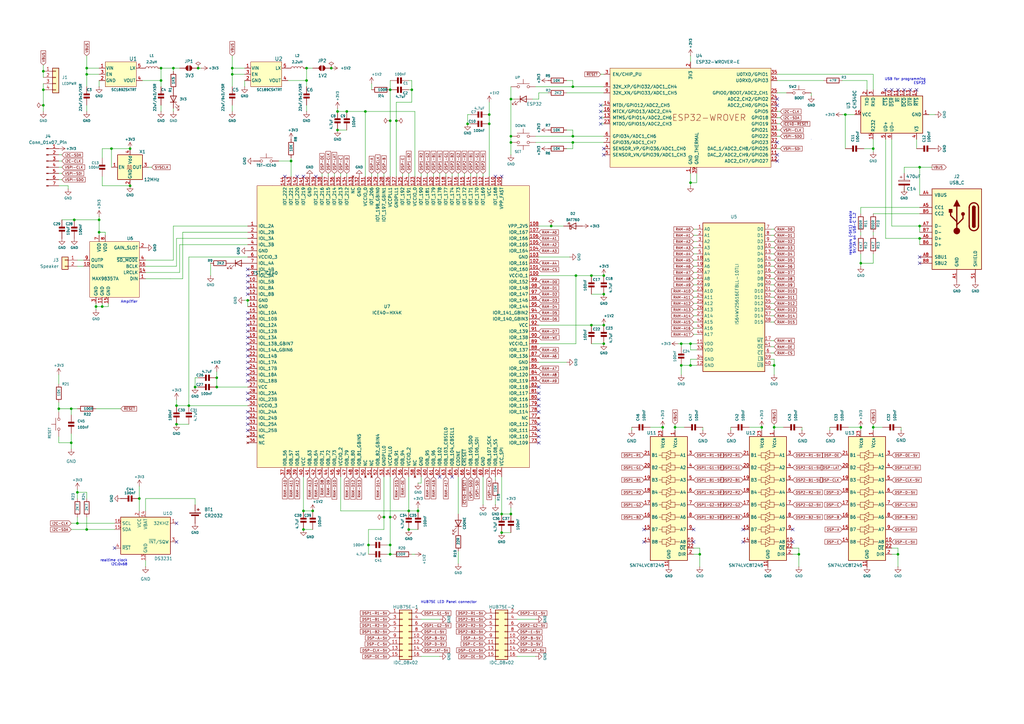
<source format=kicad_sch>
(kicad_sch (version 20250114) (generator "eeschema") (generator_version "9.0")
  (paper "A3")
  (title_block (title "Standalone Panel") (rev "V3") (company "White Magic") (comment 2 "FPGA DSP1-B2 & DSP-E are swapped (IOT_191 & IOT_192)") (comment 3 "Breaking changes wrt V2"))
  (rectangle (start 332.74 57.15) (end 332.74 57.15))
  (text "Amplifier" (at 49.53 124.46 0) (effects (font (size 1.016 1.016)) (justify left bottom)))
  (text "resistors (~5K1) enable\n5V/3A on USB-C 1.2" (at 351.028 95.758 90) (effects (font (size 1.016 1.016)) (justify bottom)))
  (text "USB for programming\nESP32" (at 379.73 34.798 0) (effects (font (size 1.016 1.016)) (justify right bottom)))
  (text "HUB75E LED Panel connector\n" (at 195.58 247.65 0) (effects (font (size 1.016 1.016)) (justify right bottom)))
  (text "realtime clock\nI2C:0x68" (at 52.324 232.156 0) (effects (font (size 1.016 1.016)) (justify right bottom)))
  (junction (at 209.55 210.82))
  (junction (at 205.74 210.82))
  (junction (at 283.21 149.86))
  (junction (at 287.02 227.33))
  (junction (at 160.02 212.09))
  (junction (at 317.5 149.86))
  (junction (at 317.5 175.26))
  (junction (at 72.39 173.99))
  (junction (at 247.65 113.03))
  (junction (at 200.66 50.8))
  (junction (at 160.02 223.52))
  (junction (at 162.56 49.53))
  (junction (at 17.78 29.21))
  (junction (at 41.91 125.73))
  (junction (at 358.14 175.26))
  (junction (at 247.65 133.35))
  (junction (at 171.45 209.55))
  (junction (at 247.65 120.65))
  (junction (at 95.25 30.48))
  (junction (at 234.95 58.42))
  (junction (at 45.72 60.96))
  (junction (at 71.12 27.94))
  (junction (at 124.46 209.55))
  (junction (at 57.15 204.47))
  (junction (at 31.75 214.63))
  (junction (at 358.14 60.96))
  (junction (at 353.06 175.26))
  (junction (at 24.13 167.64))
  (junction (at 35.56 217.17))
  (junction (at 80.01 158.75))
  (junction (at 160.02 227.33))
  (junction (at 234.95 55.88))
  (junction (at 234.95 35.56))
  (junction (at 160.02 49.53))
  (junction (at 66.04 27.94))
  (junction (at 200.66 46.99))
  (junction (at 29.21 181.61))
  (junction (at 101.6 123.19))
  (junction (at 191.77 50.8))
  (junction (at 135.89 27.94))
  (junction (at 35.56 27.94))
  (junction (at 40.64 90.17))
  (junction (at 81.28 27.94))
  (junction (at 346.71 46.99))
  (junction (at 242.57 113.03))
  (junction (at 151.13 223.52))
  (junction (at 279.4 149.86))
  (junction (at 53.34 76.2))
  (junction (at 72.39 166.37))
  (junction (at 88.9 154.94))
  (junction (at 95.25 27.94))
  (junction (at 209.55 58.42))
  (junction (at 17.78 43.18))
  (junction (at 160.02 36.83))
  (junction (at 77.47 166.37))
  (junction (at 88.9 158.75))
  (junction (at 353.06 107.95))
  (junction (at 66.04 33.02))
  (junction (at 167.64 217.17))
  (junction (at 242.57 133.35))
  (junction (at 377.19 68.58))
  (junction (at 209.55 40.64))
  (junction (at 276.86 175.26))
  (junction (at 157.48 212.09))
  (junction (at 167.64 209.55))
  (junction (at 209.55 55.88))
  (junction (at 236.22 113.03))
  (junction (at 30.48 90.17))
  (junction (at 283.21 140.97))
  (junction (at 31.75 201.93))
  (junction (at 247.65 140.97))
  (junction (at 119.38 66.04))
  (junction (at 377.19 97.79))
  (junction (at 17.78 36.83))
  (junction (at 124.46 217.17))
  (junction (at 142.24 45.72))
  (junction (at 53.34 60.96))
  (junction (at 138.43 45.72))
  (junction (at 368.3 227.33))
  (junction (at 40.64 95.25))
  (junction (at 125.73 27.94))
  (junction (at 149.86 45.72))
  (junction (at 283.21 74.93))
  (junction (at 226.06 92.71))
  (junction (at 29.21 167.64))
  (junction (at 128.27 209.55))
  (junction (at 35.56 30.48))
  (junction (at 279.4 140.97))
  (junction (at 138.43 53.34))
  (junction (at 327.66 227.33))
  (junction (at 271.78 175.26))
  (junction (at 39.37 125.73))
  (junction (at 205.74 218.44))
  (junction (at 377.19 92.71))
  (junction (at 168.91 36.83))
  (junction (at 312.42 175.26))
  (junction (at 125.73 33.02))
  (no_connect (at 377.19 107.95))
  (no_connect (at 246.38 43.18))
  (no_connect (at 101.6 168.91))
  (no_connect (at 264.16 217.17))
  (no_connect (at 220.98 176.53))
  (no_connect (at 203.2 72.39))
  (no_connect (at 101.6 146.05))
  (no_connect (at 377.19 105.41))
  (no_connect (at 101.6 171.45))
  (no_connect (at 124.46 72.39))
  (no_connect (at 246.38 45.72))
  (no_connect (at 284.48 217.17))
  (no_connect (at 46.99 224.79))
  (no_connect (at 121.92 72.39))
  (no_connect (at 373.38 36.83))
  (no_connect (at 101.6 156.21))
  (no_connect (at 304.8 222.25))
  (no_connect (at 325.12 217.17))
  (no_connect (at 318.77 58.42))
  (no_connect (at 247.65 63.5))
  (no_connect (at 101.6 176.53))
  (no_connect (at 318.77 43.18))
  (no_connect (at 363.22 36.83))
  (no_connect (at 246.38 48.26))
  (no_connect (at 101.6 140.97))
  (no_connect (at 284.48 222.25))
  (no_connect (at 375.92 36.83))
  (no_connect (at 101.6 138.43))
  (no_connect (at 101.6 128.27))
  (no_connect (at 220.98 173.99))
  (no_connect (at 220.98 179.07))
  (no_connect (at 325.12 222.25))
  (no_connect (at 185.42 195.58))
  (no_connect (at 220.98 163.83))
  (no_connect (at 129.54 72.39))
  (no_connect (at 101.6 113.03))
  (no_connect (at 101.6 120.65))
  (no_connect (at 365.76 36.83))
  (no_connect (at 220.98 158.75))
  (no_connect (at 116.84 72.39))
  (no_connect (at 72.39 214.63))
  (no_connect (at 370.84 36.83))
  (no_connect (at 220.98 181.61))
  (no_connect (at 318.77 40.64))
  (no_connect (at 101.6 143.51))
  (no_connect (at 72.39 222.25))
  (no_connect (at 101.6 115.57))
  (no_connect (at 101.6 130.81))
  (no_connect (at 318.77 63.5))
  (no_connect (at 246.38 50.8))
  (no_connect (at 101.6 133.35))
  (no_connect (at 101.6 173.99))
  (no_connect (at 247.65 60.96))
  (no_connect (at 101.6 148.59))
  (no_connect (at 180.34 195.58))
  (no_connect (at 101.6 110.49))
  (no_connect (at 318.77 66.04))
  (no_connect (at 101.6 118.11))
  (no_connect (at 304.8 217.17))
  (no_connect (at 101.6 153.67))
  (no_connect (at 101.6 151.13))
  (no_connect (at 220.98 168.91))
  (no_connect (at 368.3 36.83))
  (no_connect (at 101.6 135.89))
  (no_connect (at 220.98 161.29))
  (no_connect (at 264.16 222.25))
  (no_connect (at 101.6 161.29))
  (no_connect (at 220.98 166.37))
  (no_connect (at 101.6 163.83))
  (no_connect (at 205.74 72.39))
  (wire (pts (xy 157.48 71.12) (xy 157.48 72.39)))
  (wire (pts (xy 288.29 176.53) (xy 288.29 175.26)))
  (wire (pts (xy 139.7 209.55) (xy 167.64 209.55)))
  (wire (pts (xy 72.39 173.99) (xy 77.47 173.99)))
  (wire (pts (xy 154.94 71.12) (xy 154.94 72.39)))
  (wire (pts (xy 193.04 71.12) (xy 193.04 72.39)))
  (wire (pts (xy 35.56 27.94) (xy 40.64 27.94)))
  (wire (pts (xy 316.23 119.38) (xy 317.5 119.38)))
  (wire (pts (xy 353.06 107.95) (xy 353.06 109.22)))
  (wire (pts (xy 24.13 165.1) (xy 24.13 167.64)))
  (wire (pts (xy 41.91 72.39) (xy 41.91 76.2)))
  (wire (pts (xy 246.38 43.18) (xy 247.65 43.18)))
  (wire (pts (xy 358.14 173.99) (xy 358.14 175.26)))
  (wire (pts (xy 316.23 127) (xy 317.5 127)))
  (wire (pts (xy 284.48 104.14) (xy 285.75 104.14)))
  (wire (pts (xy 284.48 109.22) (xy 285.75 109.22)))
  (wire (pts (xy 210.82 40.64) (xy 209.55 40.64)))
  (wire (pts (xy 74.93 95.25) (xy 101.6 95.25)))
  (wire (pts (xy 283.21 74.93) (xy 283.21 76.2)))
  (wire (pts (xy 59.69 114.3) (xy 74.93 114.3)))
  (wire (pts (xy 285.75 74.93) (xy 285.75 71.12)))
  (wire (pts (xy 234.95 58.42) (xy 247.65 58.42)))
  (wire (pts (xy 316.23 109.22) (xy 317.5 109.22)))
  (wire (pts (xy 198.12 71.12) (xy 198.12 72.39)))
  (wire (pts (xy 205.74 218.44) (xy 209.55 218.44)))
  (wire (pts (xy 316.23 144.78) (xy 317.5 144.78)))
  (wire (pts (xy 170.18 227.33) (xy 168.91 227.33)))
  (wire (pts (xy 236.22 140.97) (xy 236.22 113.03)))
  (wire (pts (xy 325.12 227.33) (xy 327.66 227.33)))
  (wire (pts (xy 370.84 68.58) (xy 370.84 71.12)))
  (wire (pts (xy 259.08 176.53) (xy 259.08 175.26)))
  (wire (pts (xy 187.96 195.58) (xy 187.96 210.82)))
  (wire (pts (xy 118.11 33.02) (xy 125.73 33.02)))
  (wire (pts (xy 35.56 204.47) (xy 35.56 201.93)))
  (wire (pts (xy 312.42 175.26) (xy 312.42 176.53)))
  (wire (pts (xy 180.34 254) (xy 172.72 254)))
  (wire (pts (xy 59.69 204.47) (xy 80.01 204.47)))
  (wire (pts (xy 74.93 95.25) (xy 74.93 114.3)))
  (wire (pts (xy 346.71 60.96) (xy 346.71 46.99)))
  (wire (pts (xy 318.77 55.88) (xy 320.04 55.88)))
  (wire (pts (xy 151.13 227.33) (xy 151.13 223.52)))
  (wire (pts (xy 279.4 149.86) (xy 279.4 153.67)))
  (wire (pts (xy 219.71 35.56) (xy 234.95 35.56)))
  (wire (pts (xy 209.55 40.64) (xy 209.55 55.88)))
  (wire (pts (xy 316.23 104.14) (xy 317.5 104.14)))
  (wire (pts (xy 180.34 71.12) (xy 180.34 72.39)))
  (wire (pts (xy 25.4 68.58) (xy 24.13 68.58)))
  (wire (pts (xy 318.77 50.8) (xy 320.04 50.8)))
  (wire (pts (xy 29.21 177.8) (xy 29.21 181.61)))
  (wire (pts (xy 220.98 148.59) (xy 232.41 148.59)))
  (wire (pts (xy 232.41 60.96) (xy 234.95 60.96)))
  (wire (pts (xy 316.23 149.86) (xy 317.5 149.86)))
  (wire (pts (xy 24.13 179.07) (xy 24.13 181.61)))
  (wire (pts (xy 340.36 176.53) (xy 340.36 175.26)))
  (wire (pts (xy 24.13 63.5) (xy 25.4 63.5)))
  (wire (pts (xy 278.13 140.97) (xy 279.4 140.97)))
  (wire (pts (xy 31.75 167.64) (xy 29.21 167.64)))
  (wire (pts (xy 307.34 175.26) (xy 312.42 175.26)))
  (wire (pts (xy 17.78 29.21) (xy 17.78 31.75)))
  (wire (pts (xy 88.9 152.4) (xy 88.9 154.94)))
  (wire (pts (xy 283.21 147.32) (xy 283.21 149.86)))
  (wire (pts (xy 358.14 30.48) (xy 358.14 36.83)))
  (wire (pts (xy 318.77 45.72) (xy 320.04 45.72)))
  (wire (pts (xy 327.66 227.33) (xy 327.66 224.79)))
  (wire (pts (xy 242.57 133.35) (xy 247.65 133.35)))
  (wire (pts (xy 59.69 109.22) (xy 72.39 109.22)))
  (wire (pts (xy 317.5 153.67) (xy 317.5 149.86)))
  (wire (pts (xy 100.33 123.19) (xy 101.6 123.19)))
  (wire (pts (xy 232.41 53.34) (xy 234.95 53.34)))
  (wire (pts (xy 284.48 119.38) (xy 285.75 119.38)))
  (wire (pts (xy 209.55 208.28) (xy 209.55 210.82)))
  (wire (pts (xy 35.56 201.93) (xy 31.75 201.93)))
  (wire (pts (xy 365.76 92.71) (xy 365.76 57.15)))
  (wire (pts (xy 27.94 76.2) (xy 24.13 76.2)))
  (wire (pts (xy 170.18 45.72) (xy 170.18 72.39)))
  (wire (pts (xy 368.3 227.33) (xy 368.3 224.79)))
  (wire (pts (xy 219.71 58.42) (xy 234.95 58.42)))
  (wire (pts (xy 318.77 53.34) (xy 320.04 53.34)))
  (wire (pts (xy 316.23 132.08) (xy 317.5 132.08)))
  (wire (pts (xy 25.4 71.12) (xy 24.13 71.12)))
  (wire (pts (xy 157.48 195.58) (xy 157.48 212.09)))
  (wire (pts (xy 177.8 71.12) (xy 177.8 72.39)))
  (wire (pts (xy 29.21 217.17) (xy 35.56 217.17)))
  (wire (pts (xy 40.64 95.25) (xy 40.64 96.52)))
  (wire (pts (xy 45.72 60.96) (xy 53.34 60.96)))
  (wire (pts (xy 40.64 88.9) (xy 40.64 90.17)))
  (wire (pts (xy 358.14 175.26) (xy 358.14 176.53)))
  (wire (pts (xy 365.76 227.33) (xy 368.3 227.33)))
  (wire (pts (xy 58.42 33.02) (xy 66.04 33.02)))
  (wire (pts (xy 284.48 111.76) (xy 285.75 111.76)))
  (wire (pts (xy 283.21 71.12) (xy 283.21 74.93)))
  (wire (pts (xy 358.14 87.63) (xy 377.19 87.63)))
  (wire (pts (xy 284.48 99.06) (xy 285.75 99.06)))
  (wire (pts (xy 45.72 60.96) (xy 45.72 68.58)))
  (wire (pts (xy 59.69 209.55) (xy 59.69 204.47)))
  (wire (pts (xy 287.02 232.41) (xy 287.02 227.33)))
  (wire (pts (xy 355.6 33.02) (xy 355.6 36.83)))
  (wire (pts (xy 368.3 224.79) (xy 365.76 224.79)))
  (wire (pts (xy 283.21 74.93) (xy 285.75 74.93)))
  (wire (pts (xy 171.45 198.12) (xy 172.72 198.12)))
  (wire (pts (xy 167.64 33.02) (xy 168.91 33.02)))
  (wire (pts (xy 125.73 27.94) (xy 125.73 33.02)))
  (wire (pts (xy 66.04 45.72) (xy 66.04 43.18)))
  (wire (pts (xy 220.98 92.71) (xy 226.06 92.71)))
  (wire (pts (xy 35.56 30.48) (xy 35.56 35.56)))
  (wire (pts (xy 232.41 33.02) (xy 234.95 33.02)))
  (wire (pts (xy 59.69 229.87) (xy 59.69 232.41)))
  (wire (pts (xy 72.39 97.79) (xy 101.6 97.79)))
  (wire (pts (xy 285.75 143.51) (xy 283.21 143.51)))
  (wire (pts (xy 220.98 105.41) (xy 233.68 105.41)))
  (wire (pts (xy 182.88 71.12) (xy 182.88 72.39)))
  (wire (pts (xy 29.21 214.63) (xy 31.75 214.63)))
  (wire (pts (xy 234.95 60.96) (xy 234.95 58.42)))
  (wire (pts (xy 209.55 40.64) (xy 209.55 35.56)))
  (wire (pts (xy 17.78 34.29) (xy 17.78 36.83)))
  (wire (pts (xy 358.14 107.95) (xy 358.14 104.14)))
  (wire (pts (xy 246.38 50.8) (xy 247.65 50.8)))
  (wire (pts (xy 139.7 195.58) (xy 139.7 209.55)))
  (wire (pts (xy 316.23 121.92) (xy 317.5 121.92)))
  (wire (pts (xy 95.25 27.94) (xy 100.33 27.94)))
  (wire (pts (xy 119.38 64.77) (xy 119.38 66.04)))
  (wire (pts (xy 95.25 27.94) (xy 95.25 30.48)))
  (wire (pts (xy 218.44 40.64) (xy 220.98 40.64)))
  (wire (pts (xy 124.46 209.55) (xy 128.27 209.55)))
  (wire (pts (xy 318.77 30.48) (xy 358.14 30.48)))
  (wire (pts (xy 353.06 104.14) (xy 353.06 107.95)))
  (wire (pts (xy 234.95 55.88) (xy 247.65 55.88)))
  (wire (pts (xy 73.66 100.33) (xy 101.6 100.33)))
  (wire (pts (xy 242.57 120.65) (xy 247.65 120.65)))
  (wire (pts (xy 17.78 26.67) (xy 17.78 29.21)))
  (wire (pts (xy 41.91 124.46) (xy 41.91 125.73)))
  (wire (pts (xy 299.72 176.53) (xy 299.72 175.26)))
  (wire (pts (xy 39.37 124.46) (xy 39.37 125.73)))
  (wire (pts (xy 160.02 36.83) (xy 160.02 33.02)))
  (wire (pts (xy 125.73 27.94) (xy 128.27 27.94)))
  (wire (pts (xy 168.91 41.91) (xy 168.91 36.83)))
  (wire (pts (xy 172.72 71.12) (xy 172.72 72.39)))
  (wire (pts (xy 39.37 125.73) (xy 39.37 127)))
  (wire (pts (xy 152.4 34.29) (xy 152.4 36.83)))
  (wire (pts (xy 284.48 101.6) (xy 285.75 101.6)))
  (wire (pts (xy 370.84 78.74) (xy 370.84 77.47)))
  (wire (pts (xy 160.02 195.58) (xy 160.02 212.09)))
  (wire (pts (xy 346.71 46.99) (xy 350.52 46.99)))
  (wire (pts (xy 24.13 66.04) (xy 25.4 66.04)))
  (wire (pts (xy 283.21 143.51) (xy 283.21 140.97)))
  (wire (pts (xy 72.39 166.37) (xy 77.47 166.37)))
  (wire (pts (xy 287.02 227.33) (xy 287.02 224.79)))
  (wire (pts (xy 157.48 212.09) (xy 157.48 217.17)))
  (wire (pts (xy 209.55 210.82) (xy 205.74 210.82)))
  (wire (pts (xy 160.02 227.33) (xy 161.29 227.33)))
  (wire (pts (xy 284.48 227.33) (xy 287.02 227.33)))
  (wire (pts (xy 327.66 224.79) (xy 325.12 224.79)))
  (wire (pts (xy 370.84 68.58) (xy 377.19 68.58)))
  (wire (pts (xy 167.64 217.17) (xy 171.45 217.17)))
  (wire (pts (xy 242.57 113.03) (xy 247.65 113.03)))
  (wire (pts (xy 375.92 60.96) (xy 375.92 57.15)))
  (wire (pts (xy 187.96 226.06) (xy 187.96 231.14)))
  (wire (pts (xy 142.24 45.72) (xy 138.43 45.72)))
  (wire (pts (xy 59.69 106.68) (xy 71.12 106.68)))
  (wire (pts (xy 88.9 154.94) (xy 88.9 158.75)))
  (wire (pts (xy 353.06 85.09) (xy 377.19 85.09)))
  (wire (pts (xy 41.91 64.77) (xy 41.91 60.96)))
  (wire (pts (xy 149.86 45.72) (xy 149.86 72.39)))
  (wire (pts (xy 284.48 121.92) (xy 285.75 121.92)))
  (wire (pts (xy 44.45 125.73) (xy 41.91 125.73)))
  (wire (pts (xy 317.5 175.26) (xy 321.31 175.26)))
  (wire (pts (xy 316.23 129.54) (xy 317.5 129.54)))
  (wire (pts (xy 31.75 214.63) (xy 46.99 214.63)))
  (wire (pts (xy 236.22 113.03) (xy 242.57 113.03)))
  (wire (pts (xy 200.66 46.99) (xy 200.66 50.8)))
  (wire (pts (xy 358.14 62.23) (xy 358.14 60.96)))
  (wire (pts (xy 266.7 175.26) (xy 271.78 175.26)))
  (wire (pts (xy 316.23 101.6) (xy 317.5 101.6)))
  (wire (pts (xy 316.23 124.46) (xy 317.5 124.46)))
  (wire (pts (xy 29.21 167.64) (xy 29.21 170.18)))
  (wire (pts (xy 80.01 204.47) (xy 80.01 207.01)))
  (wire (pts (xy 185.42 71.12) (xy 185.42 72.39)))
  (wire (pts (xy 382.27 68.58) (xy 377.19 68.58)))
  (wire (pts (xy 353.06 85.09) (xy 353.06 87.63)))
  (wire (pts (xy 151.13 217.17) (xy 157.48 217.17)))
  (wire (pts (xy 81.28 158.75) (xy 80.01 158.75)))
  (wire (pts (xy 353.06 95.25) (xy 353.06 96.52)))
  (wire (pts (xy 29.21 181.61) (xy 29.21 184.15)))
  (wire (pts (xy 119.38 72.39) (xy 119.38 66.04)))
  (wire (pts (xy 73.66 27.94) (xy 71.12 27.94)))
  (wire (pts (xy 24.13 167.64) (xy 29.21 167.64)))
  (wire (pts (xy 353.06 175.26) (xy 353.06 176.53)))
  (wire (pts (xy 276.86 175.26) (xy 276.86 176.53)))
  (wire (pts (xy 44.45 124.46) (xy 44.45 125.73)))
  (wire (pts (xy 80.01 154.94) (xy 80.01 158.75)))
  (wire (pts (xy 284.48 96.52) (xy 285.75 96.52)))
  (wire (pts (xy 369.57 176.53) (xy 369.57 175.26)))
  (wire (pts (xy 71.12 44.45) (xy 71.12 45.72)))
  (wire (pts (xy 137.16 71.12) (xy 137.16 72.39)))
  (wire (pts (xy 234.95 35.56) (xy 247.65 35.56)))
  (wire (pts (xy 149.86 45.72) (xy 170.18 45.72)))
  (wire (pts (xy 71.12 92.71) (xy 101.6 92.71)))
  (wire (pts (xy 167.64 195.58) (xy 167.64 209.55)))
  (wire (pts (xy 328.93 176.53) (xy 328.93 175.26)))
  (wire (pts (xy 316.23 99.06) (xy 317.5 99.06)))
  (wire (pts (xy 167.64 72.39) (xy 167.64 71.12)))
  (wire (pts (xy 345.44 46.99) (xy 346.71 46.99)))
  (wire (pts (xy 165.1 71.12) (xy 165.1 72.39)))
  (wire (pts (xy 24.13 153.67) (xy 24.13 157.48)))
  (wire (pts (xy 285.75 147.32) (xy 283.21 147.32)))
  (wire (pts (xy 219.71 254) (xy 212.09 254)))
  (wire (pts (xy 17.78 36.83) (xy 17.78 43.18)))
  (wire (pts (xy 77.47 166.37) (xy 101.6 166.37)))
  (wire (pts (xy 317.5 149.86) (xy 317.5 147.32)))
  (wire (pts (xy 160.02 227.33) (xy 158.75 227.33)))
  (wire (pts (xy 31.75 200.66) (xy 31.75 201.93)))
  (wire (pts (xy 377.19 68.58) (xy 377.19 80.01)))
  (wire (pts (xy 226.06 92.71) (xy 231.14 92.71)))
  (wire (pts (xy 71.12 106.68) (xy 71.12 92.71)))
  (wire (pts (xy 41.91 76.2) (xy 53.34 76.2)))
  (wire (pts (xy 332.74 39.37) (xy 332.74 38.1)))
  (wire (pts (xy 246.38 48.26) (xy 247.65 48.26)))
  (wire (pts (xy 187.96 71.12) (xy 187.96 72.39)))
  (wire (pts (xy 246.38 30.48) (xy 247.65 30.48)))
  (wire (pts (xy 368.3 232.41) (xy 368.3 227.33)))
  (wire (pts (xy 220.98 140.97) (xy 236.22 140.97)))
  (wire (pts (xy 203.2 207.01) (xy 203.2 204.47)))
  (wire (pts (xy 24.13 168.91) (xy 24.13 167.64)))
  (wire (pts (xy 365.76 92.71) (xy 377.19 92.71)))
  (wire (pts (xy 152.4 71.12) (xy 152.4 72.39)))
  (wire (pts (xy 180.34 269.24) (xy 172.72 269.24)))
  (wire (pts (xy 279.4 140.97) (xy 283.21 140.97)))
  (wire (pts (xy 101.6 125.73) (xy 101.6 123.19)))
  (wire (pts (xy 195.58 71.12) (xy 195.58 72.39)))
  (wire (pts (xy 220.98 133.35) (xy 242.57 133.35)))
  (wire (pts (xy 317.5 175.26) (xy 317.5 176.53)))
  (wire (pts (xy 318.77 33.02) (xy 337.82 33.02)))
  (wire (pts (xy 43.18 95.25) (xy 40.64 95.25)))
  (wire (pts (xy 220.98 38.1) (xy 224.79 38.1)))
  (wire (pts (xy 284.48 93.98) (xy 285.75 93.98)))
  (wire (pts (xy 284.48 106.68) (xy 285.75 106.68)))
  (wire (pts (xy 327.66 232.41) (xy 327.66 227.33)))
  (wire (pts (xy 271.78 175.26) (xy 271.78 176.53)))
  (wire (pts (xy 200.66 50.8) (xy 200.66 72.39)))
  (wire (pts (xy 82.55 27.94) (xy 81.28 27.94)))
  (wire (pts (xy 284.48 134.62) (xy 285.75 134.62)))
  (wire (pts (xy 172.72 198.12) (xy 172.72 195.58)))
  (wire (pts (xy 35.56 22.86) (xy 35.56 27.94)))
  (wire (pts (xy 246.38 45.72) (xy 247.65 45.72)))
  (wire (pts (xy 35.56 30.48) (xy 40.64 30.48)))
  (wire (pts (xy 191.77 46.99) (xy 191.77 50.8)))
  (wire (pts (xy 124.46 195.58) (xy 124.46 209.55)))
  (wire (pts (xy 60.96 68.58) (xy 62.23 68.58)))
  (wire (pts (xy 40.64 90.17) (xy 40.64 95.25)))
  (wire (pts (xy 284.48 116.84) (xy 285.75 116.84)))
  (wire (pts (xy 276.86 173.99) (xy 276.86 175.26)))
  (wire (pts (xy 203.2 196.85) (xy 203.2 195.58)))
  (wire (pts (xy 284.48 127) (xy 285.75 127)))
  (wire (pts (xy 160.02 36.83) (xy 160.02 49.53)))
  (wire (pts (xy 316.23 106.68) (xy 317.5 106.68)))
  (wire (pts (xy 71.12 27.94) (xy 71.12 29.21)))
  (wire (pts (xy 100.33 35.56) (xy 100.33 33.02)))
  (wire (pts (xy 354.33 60.96) (xy 358.14 60.96)))
  (wire (pts (xy 353.06 107.95) (xy 358.14 107.95)))
  (wire (pts (xy 95.25 30.48) (xy 95.25 35.56)))
  (wire (pts (xy 168.91 33.02) (xy 168.91 36.83)))
  (wire (pts (xy 167.64 209.55) (xy 171.45 209.55)))
  (wire (pts (xy 284.48 129.54) (xy 285.75 129.54)))
  (wire (pts (xy 162.56 49.53) (xy 162.56 41.91)))
  (wire (pts (xy 358.14 96.52) (xy 358.14 95.25)))
  (wire (pts (xy 17.78 43.18) (xy 17.78 45.72)))
  (wire (pts (xy 209.55 63.5) (xy 209.55 58.42)))
  (wire (pts (xy 95.25 30.48) (xy 100.33 30.48)))
  (wire (pts (xy 158.75 223.52) (xy 160.02 223.52)))
  (wire (pts (xy 77.47 105.41) (xy 77.47 166.37)))
  (wire (pts (xy 316.23 96.52) (xy 317.5 96.52)))
  (wire (pts (xy 66.04 27.94) (xy 71.12 27.94)))
  (wire (pts (xy 209.55 55.88) (xy 209.55 58.42)))
  (wire (pts (xy 24.13 181.61) (xy 29.21 181.61)))
  (wire (pts (xy 284.48 114.3) (xy 285.75 114.3)))
  (wire (pts (xy 287.02 224.79) (xy 284.48 224.79)))
  (wire (pts (xy 72.39 163.83) (xy 72.39 166.37)))
  (wire (pts (xy 284.48 124.46) (xy 285.75 124.46)))
  (wire (pts (xy 318.77 60.96) (xy 320.04 60.96)))
  (wire (pts (xy 80.01 154.94) (xy 81.28 154.94)))
  (wire (pts (xy 358.14 175.26) (xy 361.95 175.26)))
  (wire (pts (xy 57.15 199.39) (xy 57.15 204.47)))
  (wire (pts (xy 31.75 106.68) (xy 34.29 106.68)))
  (wire (pts (xy 279.4 142.24) (xy 279.4 140.97)))
  (wire (pts (xy 39.37 167.64) (xy 49.53 167.64)))
  (wire (pts (xy 35.56 27.94) (xy 35.56 30.48)))
  (wire (pts (xy 31.75 212.09) (xy 31.75 214.63)))
  (wire (pts (xy 138.43 44.45) (xy 138.43 45.72)))
  (wire (pts (xy 234.95 33.02) (xy 234.95 35.56)))
  (wire (pts (xy 283.21 22.86) (xy 283.21 25.4)))
  (wire (pts (xy 35.56 45.72) (xy 35.56 43.18)))
  (wire (pts (xy 57.15 209.55) (xy 57.15 204.47)))
  (wire (pts (xy 43.18 96.52) (xy 43.18 95.25)))
  (wire (pts (xy 377.19 97.79) (xy 377.19 100.33)))
  (wire (pts (xy 220.98 113.03) (xy 236.22 113.03)))
  (wire (pts (xy 190.5 71.12) (xy 190.5 72.39)))
  (wire (pts (xy 162.56 41.91) (xy 168.91 41.91)))
  (wire (pts (xy 358.14 60.96) (xy 358.14 57.15)))
  (wire (pts (xy 284.48 137.16) (xy 285.75 137.16)))
  (wire (pts (xy 125.73 33.02) (xy 125.73 35.56)))
  (wire (pts (xy 193.04 50.8) (xy 191.77 50.8)))
  (wire (pts (xy 377.19 92.71) (xy 377.19 95.25)))
  (wire (pts (xy 191.77 46.99) (xy 193.04 46.99)))
  (wire (pts (xy 40.64 35.56) (xy 40.64 33.02)))
  (wire (pts (xy 316.23 142.24) (xy 317.5 142.24)))
  (wire (pts (xy 142.24 45.72) (xy 149.86 45.72)))
  (wire (pts (xy 142.24 71.12) (xy 142.24 72.39)))
  (wire (pts (xy 200.66 41.91) (xy 200.66 46.99)))
  (wire (pts (xy 347.98 175.26) (xy 353.06 175.26)))
  (wire (pts (xy 283.21 149.86) (xy 285.75 149.86)))
  (wire (pts (xy 283.21 140.97) (xy 285.75 140.97)))
  (wire (pts (xy 242.57 140.97) (xy 247.65 140.97)))
  (wire (pts (xy 175.26 71.12) (xy 175.26 72.39)))
  (wire (pts (xy 160.02 212.09) (xy 160.02 223.52)))
  (wire (pts (xy 198.12 207.01) (xy 198.12 195.58)))
  (wire (pts (xy 318.77 48.26) (xy 320.04 48.26)))
  (wire (pts (xy 27.94 77.47) (xy 27.94 76.2)))
  (wire (pts (xy 59.69 111.76) (xy 73.66 111.76)))
  (wire (pts (xy 363.22 97.79) (xy 377.19 97.79)))
  (wire (pts (xy 139.7 71.12) (xy 139.7 72.39)))
  (wire (pts (xy 31.75 201.93) (xy 31.75 204.47)))
  (wire (pts (xy 232.41 38.1) (xy 247.65 38.1)))
  (wire (pts (xy 132.08 71.12) (xy 132.08 72.39)))
  (wire (pts (xy 35.56 212.09) (xy 35.56 217.17)))
  (wire (pts (xy 276.86 175.26) (xy 280.67 175.26)))
  (wire (pts (xy 35.56 217.17) (xy 46.99 217.17)))
  (wire (pts (xy 316.23 139.7) (xy 317.5 139.7)))
  (wire (pts (xy 31.75 109.22) (xy 34.29 109.22)))
  (wire (pts (xy 383.54 46.99) (xy 381 46.99)))
  (wire (pts (xy 160.02 223.52) (xy 160.02 227.33)))
  (wire (pts (xy 66.04 27.94) (xy 66.04 33.02)))
  (wire (pts (xy 66.04 33.02) (xy 66.04 35.56)))
  (wire (pts (xy 119.38 66.04) (xy 114.3 66.04)))
  (wire (pts (xy 40.64 90.17) (xy 30.48 90.17)))
  (wire (pts (xy 95.25 45.72) (xy 95.25 43.18)))
  (wire (pts (xy 151.13 223.52) (xy 151.13 217.17)))
  (wire (pts (xy 41.91 125.73) (xy 39.37 125.73)))
  (wire (pts (xy 345.44 33.02) (xy 355.6 33.02)))
  (wire (pts (xy 25.4 73.66) (xy 24.13 73.66)))
  (wire (pts (xy 205.74 195.58) (xy 205.74 210.82)))
  (wire (pts (xy 86.36 107.95) (xy 86.36 113.03)))
  (wire (pts (xy 72.39 109.22) (xy 72.39 97.79)))
  (wire (pts (xy 317.5 147.32) (xy 316.23 147.32)))
  (wire (pts (xy 317.5 173.99) (xy 317.5 175.26)))
  (wire (pts (xy 284.48 132.08) (xy 285.75 132.08)))
  (wire (pts (xy 138.43 53.34) (xy 142.24 53.34)))
  (wire (pts (xy 219.71 55.88) (xy 234.95 55.88)))
  (wire (pts (xy 316.23 116.84) (xy 317.5 116.84)))
  (wire (pts (xy 134.62 71.12) (xy 134.62 72.39)))
  (wire (pts (xy 220.98 40.64) (xy 220.98 38.1)))
  (wire (pts (xy 318.77 38.1) (xy 322.58 38.1)))
  (wire (pts (xy 363.22 57.15) (xy 363.22 97.79)))
  (wire (pts (xy 162.56 72.39) (xy 162.56 49.53)))
  (wire (pts (xy 30.48 90.17) (xy 25.4 90.17)))
  (wire (pts (xy 88.9 158.75) (xy 101.6 158.75)))
  (wire (pts (xy 77.47 105.41) (xy 101.6 105.41)))
  (wire (pts (xy 279.4 149.86) (xy 283.21 149.86)))
  (wire (pts (xy 95.25 22.86) (xy 95.25 27.94)))
  (wire (pts (xy 125.73 45.72) (xy 125.73 43.18)))
  (wire (pts (xy 316.23 114.3) (xy 317.5 114.3)))
  (wire (pts (xy 168.91 36.83) (xy 167.64 36.83)))
  (wire (pts (xy 316.23 111.76) (xy 317.5 111.76)))
  (wire (pts (xy 219.71 269.24) (xy 212.09 269.24)))
  (wire (pts (xy 73.66 111.76) (xy 73.66 100.33)))
  (wire (pts (xy 124.46 217.17) (xy 128.27 217.17)))
  (wire (pts (xy 41.91 60.96) (xy 45.72 60.96)))
  (wire (pts (xy 171.45 208.28) (xy 171.45 209.55)))
  (wire (pts (xy 316.23 93.98) (xy 317.5 93.98)))
  (wire (pts (xy 160.02 49.53) (xy 160.02 72.39)))
  (wire (pts (xy 234.95 53.34) (xy 234.95 55.88)))
  (global_label "RAM-A5" (shape input) (at 284.48 106.68 180) (effects (font (size 1.016 1.016))) (property "Intersheetrefs" "${INTERSHEET_REFS}" (effects (hide yes))))
  (global_label "DSP-C" (shape input) (at 139.7 71.12 90) (effects (font (size 1.016 1.016))) (property "Intersheetrefs" "${INTERSHEET_REFS}" (effects (hide yes))))
  (global_label "DSP1-R1-5V" (shape input) (at 284.48 186.69 0) (effects (font (size 1.016 1.016))) (property "Intersheetrefs" "${INTERSHEET_REFS}" (effects (hide yes))))
  (global_label "RAM-D2" (shape input) (at 317.5 99.06 0) (effects (font (size 1.016 1.016))) (property "Intersheetrefs" "${INTERSHEET_REFS}" (effects (hide yes))))
  (global_label "DSP-A" (shape input) (at 152.4 71.12 90) (effects (font (size 1.016 1.016))) (property "Intersheetrefs" "${INTERSHEET_REFS}" (effects (hide yes))))
  (global_label "I2C-CLK" (shape input) (at 25.4 66.04 0) (effects (font (size 1.016 1.016))) (property "Intersheetrefs" "${INTERSHEET_REFS}" (effects (hide yes))))
  (global_label "RAM-A2" (shape input) (at 220.98 100.33 0) (effects (font (size 1.016 1.016))) (property "Intersheetrefs" "${INTERSHEET_REFS}" (effects (hide yes))))
  (global_label "DSP2-R2-5V" (shape input) (at 199.39 256.54 180) (effects (font (size 1.016 1.016))) (property "Intersheetrefs" "${INTERSHEET_REFS}" (effects (hide yes))))
  (global_label "I2C-SDA" (shape input) (at 320.04 48.26 0) (effects (font (size 1.016 1.016))) (property "Intersheetrefs" "${INTERSHEET_REFS}" (effects (hide yes))))
  (global_label "DSP-E-5V" (shape input) (at 365.76 222.25 0) (effects (font (size 1.016 1.016))) (property "Intersheetrefs" "${INTERSHEET_REFS}" (effects (hide yes))))
  (global_label "RAM-CS" (shape input) (at 220.98 110.49 0) (effects (font (size 1.016 1.016))) (property "Intersheetrefs" "${INTERSHEET_REFS}" (effects (hide yes))))
  (global_label "RAM-A16" (shape input) (at 177.8 195.58 270) (effects (font (size 1.016 1.016))) (property "Intersheetrefs" "${INTERSHEET_REFS}" (effects (hide yes))))
  (global_label "DSP1-B1" (shape input) (at 264.16 196.85 180) (effects (font (size 1.016 1.016))) (property "Intersheetrefs" "${INTERSHEET_REFS}" (effects (hide yes))))
  (global_label "RAM-D6" (shape input) (at 317.5 109.22 0) (effects (font (size 1.016 1.016))) (property "Intersheetrefs" "${INTERSHEET_REFS}" (effects (hide yes))))
  (global_label "RAM-A12" (shape input) (at 121.92 195.58 270) (effects (font (size 1.016 1.016))) (property "Intersheetrefs" "${INTERSHEET_REFS}" (effects (hide yes))))
  (global_label "DSP-OE-5V" (shape input) (at 160.02 269.24 180) (effects (font (size 1.016 1.016))) (property "Intersheetrefs" "${INTERSHEET_REFS}" (effects (hide yes))))
  (global_label "RAM-A4" (shape input) (at 220.98 107.95 0) (effects (font (size 1.016 1.016))) (property "Intersheetrefs" "${INTERSHEET_REFS}" (effects (hide yes))))
  (global_label "DSP1-G1-5V" (shape input) (at 172.72 251.46 0) (effects (font (size 1.016 1.016))) (property "Intersheetrefs" "${INTERSHEET_REFS}" (effects (hide yes))))
  (global_label "RAM-A3" (shape input) (at 284.48 101.6 180) (effects (font (size 1.016 1.016))) (property "Intersheetrefs" "${INTERSHEET_REFS}" (effects (hide yes))))
  (global_label "RAM-D15" (shape input) (at 317.5 132.08 0) (effects (font (size 1.016 1.016))) (property "Intersheetrefs" "${INTERSHEET_REFS}" (effects (hide yes))))
  (global_label "RAM-A11" (shape input) (at 284.48 121.92 180) (effects (font (size 1.016 1.016))) (property "Intersheetrefs" "${INTERSHEET_REFS}" (effects (hide yes))))
  (global_label "VSPI-CLK" (shape input) (at 320.04 53.34 0) (effects (font (size 1.016 1.016))) (property "Intersheetrefs" "${INTERSHEET_REFS}" (effects (hide yes))))
  (global_label "DSP2-B1-5V" (shape input) (at 199.39 254 180) (effects (font (size 1.016 1.016))) (property "Intersheetrefs" "${INTERSHEET_REFS}" (effects (hide yes))))
  (global_label "RAM-D2" (shape input) (at 220.98 120.65 0) (effects (font (size 1.016 1.016))) (property "Intersheetrefs" "${INTERSHEET_REFS}" (effects (hide yes))))
  (global_label "RAM-A0" (shape input) (at 284.48 93.98 180) (effects (font (size 1.016 1.016))) (property "Intersheetrefs" "${INTERSHEET_REFS}" (effects (hide yes))))
  (global_label "DSP2-G1" (shape input) (at 195.58 71.12 90) (effects (font (size 1.016 1.016))) (property "Intersheetrefs" "${INTERSHEET_REFS}" (effects (hide yes))))
  (global_label "DSP-B-5V" (shape input) (at 212.09 261.62 0) (effects (font (size 1.016 1.016))) (property "Intersheetrefs" "${INTERSHEET_REFS}" (effects (hide yes))))
  (global_label "RAM-CS" (shape input) (at 317.5 144.78 0) (effects (font (size 1.016 1.016))) (property "Intersheetrefs" "${INTERSHEET_REFS}" (effects (hide yes))))
  (global_label "VSPI-SDI" (shape input) (at 25.4 71.12 0) (effects (font (size 1.016 1.016))) (property "Intersheetrefs" "${INTERSHEET_REFS}" (effects (hide yes))))
  (global_label "I2C-CLK" (shape input) (at 320.04 45.72 0) (effects (font (size 1.016 1.016))) (property "Intersheetrefs" "${INTERSHEET_REFS}" (effects (hide yes))))
  (global_label "DSP-D-5V" (shape input) (at 172.72 264.16 0) (effects (font (size 1.016 1.016))) (property "Intersheetrefs" "${INTERSHEET_REFS}" (effects (hide yes))))
  (global_label "RAM-D7" (shape input) (at 220.98 135.89 0) (effects (font (size 1.016 1.016))) (property "Intersheetrefs" "${INTERSHEET_REFS}" (effects (hide yes))))
  (global_label "DSP1-R1-5V" (shape input) (at 160.02 251.46 180) (effects (font (size 1.016 1.016))) (property "Intersheetrefs" "${INTERSHEET_REFS}" (effects (hide yes))))
  (global_label "RAM-D0" (shape input) (at 317.5 93.98 0) (effects (font (size 1.016 1.016))) (property "Intersheetrefs" "${INTERSHEET_REFS}" (effects (hide yes))))
  (global_label "RAM-A2" (shape input) (at 284.48 99.06 180) (effects (font (size 1.016 1.016))) (property "Intersheetrefs" "${INTERSHEET_REFS}" (effects (hide yes))))
  (global_label "DSP-A-5V" (shape input) (at 365.76 217.17 0) (effects (font (size 1.016 1.016))) (property "Intersheetrefs" "${INTERSHEET_REFS}" (effects (hide yes))))
  (global_label "DSP2-R1-5V" (shape input) (at 199.39 251.46 180) (effects (font (size 1.016 1.016))) (property "Intersheetrefs" "${INTERSHEET_REFS}" (effects (hide yes))))
  (global_label "RAM-A13" (shape input) (at 127 195.58 270) (effects (font (size 1.016 1.016))) (property "Intersheetrefs" "${INTERSHEET_REFS}" (effects (hide yes))))
  (global_label "DSP2-R1" (shape input) (at 198.12 71.12 90) (effects (font (size 1.016 1.016))) (property "Intersheetrefs" "${INTERSHEET_REFS}" (effects (hide yes))))
  (global_label "DSP2-R2" (shape input) (at 304.8 201.93 180) (effects (font (size 1.016 1.016))) (property "Intersheetrefs" "${INTERSHEET_REFS}" (effects (hide yes))))
  (global_label "DSP-C" (shape input) (at 345.44 207.01 180) (effects (font (size 1.016 1.016))) (property "Intersheetrefs" "${INTERSHEET_REFS}" (effects (hide yes))))
  (global_label "DSP2-B1" (shape input) (at 193.04 71.12 90) (effects (font (size 1.016 1.016))) (property "Intersheetrefs" "${INTERSHEET_REFS}" (effects (hide yes))))
  (global_label "RAM-D14" (shape input) (at 154.94 195.58 270) (effects (font (size 1.016 1.016))) (property "Intersheetrefs" "${INTERSHEET_REFS}" (effects (hide yes))))
  (global_label "RAM-A8" (shape input) (at 284.48 114.3 180) (effects (font (size 1.016 1.016))) (property "Intersheetrefs" "${INTERSHEET_REFS}" (effects (hide yes))))
  (global_label "DSP-E" (shape input) (at 165.1 71.12 90) (effects (font (size 1.016 1.016))) (property "Intersheetrefs" "${INTERSHEET_REFS}" (effects (hide yes))))
  (global_label "DSP2-B2-5V" (shape input) (at 199.39 259.08 180) (effects (font (size 1.016 1.016))) (property "Intersheetrefs" "${INTERSHEET_REFS}" (effects (hide yes))))
  (global_label "RAM-WE" (shape input) (at 317.5 139.7 0) (effects (font (size 1.016 1.016))) (property "Intersheetrefs" "${INTERSHEET_REFS}" (effects (hide yes))))
  (global_label "RAM-D11" (shape input) (at 317.5 121.92 0) (effects (font (size 1.016 1.016))) (property "Intersheetrefs" "${INTERSHEET_REFS}" (effects (hide yes))))
  (global_label "SYSCLK" (shape input) (at 154.94 71.12 90) (effects (font (size 1.016 1.016))) (property "Intersheetrefs" "${INTERSHEET_REFS}" (effects (hide yes))))
  (global_label "VBUS" (shape input) (at 317.5 173.99 90) (effects (font (size 1.016 1.016))) (property "Intersheetrefs" "${INTERSHEET_REFS}" (effects (hide yes))))
  (global_label "RAM-A15" (shape input) (at 284.48 132.08 180) (effects (font (size 1.016 1.016))) (property "Intersheetrefs" "${INTERSHEET_REFS}" (effects (hide yes))))
  (global_label "DSP2-B1" (shape input) (at 304.8 196.85 180) (effects (font (size 1.016 1.016))) (property "Intersheetrefs" "${INTERSHEET_REFS}" (effects (hide yes))))
  (global_label "RAM-A4" (shape input) (at 284.48 104.14 180) (effects (font (size 1.016 1.016))) (property "Intersheetrefs" "${INTERSHEET_REFS}" (effects (hide yes))))
  (global_label "RAM-D1" (shape input) (at 220.98 118.11 0) (effects (font (size 1.016 1.016))) (property "Intersheetrefs" "${INTERSHEET_REFS}" (effects (hide yes))))
  (global_label "RAM-A14" (shape input) (at 129.54 195.58 270) (effects (font (size 1.016 1.016))) (property "Intersheetrefs" "${INTERSHEET_REFS}" (effects (hide yes))))
  (global_label "RAM-D10" (shape input) (at 137.16 195.58 270) (effects (font (size 1.016 1.016))) (property "Intersheetrefs" "${INTERSHEET_REFS}" (effects (hide yes))))
  (global_label "DSP1-B2-5V" (shape input) (at 160.02 259.08 180) (effects (font (size 1.016 1.016))) (property "Intersheetrefs" "${INTERSHEET_REFS}" (effects (hide yes))))
  (global_label "VBUS" (shape input) (at 95.25 22.86 90) (effects (font (size 1.016 1.016))) (property "Intersheetrefs" "${INTERSHEET_REFS}" (effects (hide yes))))
  (global_label "VSPI-SDO" (shape input) (at 25.4 73.66 0) (effects (font (size 1.016 1.016))) (property "Intersheetrefs" "${INTERSHEET_REFS}" (effects (hide yes))))
  (global_label "VSPI-SDI" (shape input) (at 320.04 60.96 0) (effects (font (size 1.016 1.016))) (property "Intersheetrefs" "${INTERSHEET_REFS}" (effects (hide yes))))
  (global_label "VBUS" (shape input) (at 35.56 22.86 90) (effects (font (size 1.016 1.016))) (property "Intersheetrefs" "${INTERSHEET_REFS}" (effects (hide yes))))
  (global_label "DSP1-R2" (shape input) (at 264.16 201.93 180) (effects (font (size 1.016 1.016))) (property "Intersheetrefs" "${INTERSHEET_REFS}" (effects (hide yes))))
  (global_label "DSP-OE" (shape input) (at 345.44 186.69 180) (effects (font (size 1.016 1.016))) (property "Intersheetrefs" "${INTERSHEET_REFS}" (effects (hide yes))))
  (global_label "DSP-D" (shape input) (at 142.24 71.12 90) (effects (font (size 1.016 1.016))) (property "Intersheetrefs" "${INTERSHEET_REFS}" (effects (hide yes))))
  (global_label "DSP1-B2" (shape input) (at 264.16 212.09 180) (effects (font (size 1.016 1.016))) (property "Intersheetrefs" "${INTERSHEET_REFS}" (effects (hide yes))))
  (global_label "RAM-OE" (shape input) (at 317.5 142.24 0) (effects (font (size 1.016 1.016))) (property "Intersheetrefs" "${INTERSHEET_REFS}" (effects (hide yes))))
  (global_label "DSP-OE-5V" (shape input) (at 365.76 186.69 0) (effects (font (size 1.016 1.016))) (property "Intersheetrefs" "${INTERSHEET_REFS}" (effects (hide yes))))
  (global_label "RAM-A17" (shape input) (at 182.88 195.58 270) (effects (font (size 1.016 1.016))) (property "Intersheetrefs" "${INTERSHEET_REFS}" (effects (hide yes))))
  (global_label "RAM-A9" (shape input) (at 284.48 116.84 180) (effects (font (size 1.016 1.016))) (property "Intersheetrefs" "${INTERSHEET_REFS}" (effects (hide yes))))
  (global_label "DSP2-G1" (shape input) (at 304.8 191.77 180) (effects (font (size 1.016 1.016))) (property "Intersheetrefs" "${INTERSHEET_REFS}" (effects (hide yes))))
  (global_label "SYSCLK" (shape input) (at 62.23 68.58 0) (effects (font (size 1.016 1.016))) (property "Intersheetrefs" "${INTERSHEET_REFS}" (effects (hide yes))))
  (global_label "RAM-D1" (shape input) (at 317.5 96.52 0) (effects (font (size 1.016 1.016))) (property "Intersheetrefs" "${INTERSHEET_REFS}" (effects (hide yes))))
  (global_label "RAM-D6" (shape input) (at 220.98 130.81 0) (effects (font (size 1.016 1.016))) (property "Intersheetrefs" "${INTERSHEET_REFS}" (effects (hide yes))))
  (global_label "RAM-A10" (shape input) (at 284.48 119.38 180) (effects (font (size 1.016 1.016))) (property "Intersheetrefs" "${INTERSHEET_REFS}" (effects (hide yes))))
  (global_label "DSP-OE" (shape input) (at 132.08 71.12 90) (effects (font (size 1.016 1.016))) (property "Intersheetrefs" "${INTERSHEET_REFS}" (effects (hide yes))))
  (global_label "DSP2-G2-5V" (shape input) (at 212.09 256.54 0) (effects (font (size 1.016 1.016))) (property "Intersheetrefs" "${INTERSHEET_REFS}" (effects (hide yes))))
  (global_label "RAM-A1" (shape input) (at 284.48 96.52 180) (effects (font (size 1.016 1.016))) (property "Intersheetrefs" "${INTERSHEET_REFS}" (effects (hide yes))))
  (global_label "RAM-D5" (shape input) (at 317.5 106.68 0) (effects (font (size 1.016 1.016))) (property "Intersheetrefs" "${INTERSHEET_REFS}" (effects (hide yes))))
  (global_label "RAM-D7" (shape input) (at 317.5 111.76 0) (effects (font (size 1.016 1.016))) (property "Intersheetrefs" "${INTERSHEET_REFS}" (effects (hide yes))))
  (global_label "DSP1-B1-5V" (shape input) (at 160.02 254 180) (effects (font (size 1.016 1.016))) (property "Intersheetrefs" "${INTERSHEET_REFS}" (effects (hide yes))))
  (global_label "I2C-CLK" (shape input) (at 29.21 214.63 180) (effects (font (size 1.016 1.016))) (property "Intersheetrefs" "${INTERSHEET_REFS}" (effects (hide yes))))
  (global_label "DSP-CLK-5V" (shape input) (at 365.76 196.85 0) (effects (font (size 1.016 1.016))) (property "Intersheetrefs" "${INTERSHEET_REFS}" (effects (hide yes))))
  (global_label "DSP-LAT" (shape input) (at 137.16 71.12 90) (effects (font (size 1.016 1.016))) (property "Intersheetrefs" "${INTERSHEET_REFS}" (effects (hide yes))))
  (global_label "RAM-A15" (shape input) (at 175.26 195.58 270) (effects (font (size 1.016 1.016))) (property "Intersheetrefs" "${INTERSHEET_REFS}" (effects (hide yes))))
  (global_label "DSP-B-5V" (shape input) (at 365.76 212.09 0) (effects (font (size 1.016 1.016))) (property "Intersheetrefs" "${INTERSHEET_REFS}" (effects (hide yes))))
  (global_label "RAM-A7" (shape input) (at 284.48 111.76 180) (effects (font (size 1.016 1.016))) (property "Intersheetrefs" "${INTERSHEET_REFS}" (effects (hide yes))))
  (global_label "RAM-D8" (shape input) (at 132.08 195.58 270) (effects (font (size 1.016 1.016))) (property "Intersheetrefs" "${INTERSHEET_REFS}" (effects (hide yes))))
  (global_label "DSP-E-5V" (shape input) (at 212.09 259.08 0) (effects (font (size 1.016 1.016))) (property "Intersheetrefs" "${INTERSHEET_REFS}" (effects (hide yes))))
  (global_label "DSP1-R1" (shape input) (at 180.34 71.12 90) (effects (font (size 1.016 1.016))) (property "Intersheetrefs" "${INTERSHEET_REFS}" (effects (hide yes))))
  (global_label "DSP2-G2-5V" (shape input) (at 325.12 207.01 0) (effects (font (size 1.016 1.016))) (property "Intersheetrefs" "${INTERSHEET_REFS}" (effects (hide yes))))
  (global_label "DSP-A" (shape input) (at 345.44 217.17 180) (effects (font (size 1.016 1.016))) (property "Intersheetrefs" "${INTERSHEET_REFS}" (effects (hide yes))))
  (global_label "DSP2-R1-5V" (shape input) (at 325.12 186.69 0) (effects (font (size 1.016 1.016))) (property "Intersheetrefs" "${INTERSHEET_REFS}" (effects (hide yes))))
  (global_label "RAM-D3" (shape input) (at 220.98 123.19 0) (effects (font (size 1.016 1.016))) (property "Intersheetrefs" "${INTERSHEET_REFS}" (effects (hide yes))))
  (global_label "DSP2-B2" (shape input) (at 304.8 212.09 180) (effects (font (size 1.016 1.016))) (property "Intersheetrefs" "${INTERSHEET_REFS}" (effects (hide yes))))
  (global_label "RAM-A5" (shape input) (at 220.98 143.51 0) (effects (font (size 1.016 1.016))) (property "Intersheetrefs" "${INTERSHEET_REFS}" (effects (hide yes))))
  (global_label "RAM-A16" (shape input) (at 284.48 134.62 180) (effects (font (size 1.016 1.016))) (property "Intersheetrefs" "${INTERSHEET_REFS}" (effects (hide yes))))
  (global_label "RAM-D14" (shape input) (at 317.5 129.54 0) (effects (font (size 1.016 1.016))) (property "Intersheetrefs" "${INTERSHEET_REFS}" (effects (hide yes))))
  (global_label "RAM-A9" (shape input) (at 220.98 156.21 0) (effects (font (size 1.016 1.016))) (property "Intersheetrefs" "${INTERSHEET_REFS}" (effects (hide yes))))
  (global_label "RAM-D4" (shape input) (at 220.98 125.73 0) (effects (font (size 1.016 1.016))) (property "Intersheetrefs" "${INTERSHEET_REFS}" (effects (hide yes))))
  (global_label "DSP-LAT-5V" (shape input) (at 172.72 266.7 0) (effects (font (size 1.016 1.016))) (property "Intersheetrefs" "${INTERSHEET_REFS}" (effects (hide yes))))
  (global_label "RAM-A17" (shape input) (at 284.48 137.16 180) (effects (font (size 1.016 1.016))) (property "Intersheetrefs" "${INTERSHEET_REFS}" (effects (hide yes))))
  (global_label "DSP-LAT-5V" (shape input) (at 212.09 266.7 0) (effects (font (size 1.016 1.016))) (property "Intersheetrefs" "${INTERSHEET_REFS}" (effects (hide yes))))
  (global_label "~{ICE40-RESET}" (shape input) (at 190.5 195.58 270) (effects (font (size 1.016 1.016))) (property "Intersheetrefs" "${INTERSHEET_REFS}" (effects (hide yes))))
  (global_label "RAM-D15" (shape input) (at 162.56 195.58 270) (effects (font (size 1.016 1.016))) (property "Intersheetrefs" "${INTERSHEET_REFS}" (effects (hide yes))))
  (global_label "VSPI-CLK" (shape input) (at 200.66 195.58 270) (effects (font (size 1.016 1.016))) (property "Intersheetrefs" "${INTERSHEET_REFS}" (effects (hide yes))))
  (global_label "~{ICE40-RESET}" (shape input) (at 320.04 50.8 0) (effects (font (size 1.016 1.016))) (property "Intersheetrefs" "${INTERSHEET_REFS}" (effects (hide yes))))
  (global_label "DSP-CLK" (shape input) (at 345.44 196.85 180) (effects (font (size 1.016 1.016))) (property "Intersheetrefs" "${INTERSHEET_REFS}" (effects (hide yes))))
  (global_label "DSP1-B2" (shape input) (at 167.64 71.12 90) (effects (font (size 1.016 1.016))) (property "Intersheetrefs" "${INTERSHEET_REFS}" (effects (hide yes))))
  (global_label "DSP1-R2" (shape input) (at 172.72 71.12 90) (effects (font (size 1.016 1.016))) (property "Intersheetrefs" "${INTERSHEET_REFS}" (effects (hide yes))))
  (global_label "DSP2-G1-5V" (shape input) (at 212.09 251.46 0) (effects (font (size 1.016 1.016))) (property "Intersheetrefs" "${INTERSHEET_REFS}" (effects (hide yes))))
  (global_label "DSP2-R2" (shape input) (at 190.5 71.12 90) (effects (font (size 1.016 1.016))) (property "Intersheetrefs" "${INTERSHEET_REFS}" (effects (hide yes))))
  (global_label "RAM-D9" (shape input) (at 317.5 116.84 0) (effects (font (size 1.016 1.016))) (property "Intersheetrefs" "${INTERSHEET_REFS}" (effects (hide yes))))
  (global_label "DSP1-G1" (shape input) (at 182.88 71.12 90) (effects (font (size 1.016 1.016))) (property "Intersheetrefs" "${INTERSHEET_REFS}" (effects (hide yes))))
  (global_label "RAM-D3" (shape input) (at 317.5 101.6 0) (effects (font (size 1.016 1.016))) (property "Intersheetrefs" "${INTERSHEET_REFS}" (effects (hide yes))))
  (global_label "VSPI-SDO" (shape input) (at 320.04 55.88 0) (effects (font (size 1.016 1.016))) (property "Intersheetrefs" "${INTERSHEET_REFS}" (effects (hide yes))))
  (global_label "DSP-A-5V" (shape input) (at 160.02 261.62 180) (effects (font (size 1.016 1.016))) (property "Intersheetrefs" "${INTERSHEET_REFS}" (effects (hide yes))))
  (global_label "RAM-D5" (shape input) (at 220.98 128.27 0) (effects (font (size 1.016 1.016))) (property "Intersheetrefs" "${INTERSHEET_REFS}" (effects (hide yes))))
  (global_label "DSP1-G2" (shape input) (at 264.16 207.01 180) (effects (font (size 1.016 1.016))) (property "Intersheetrefs" "${INTERSHEET_REFS}" (effects (hide yes))))
  (global_label "RAM-D9" (shape input) (at 134.62 195.58 270) (effects (font (size 1.016 1.016))) (property "Intersheetrefs" "${INTERSHEET_REFS}" (effects (hide yes))))
  (global_label "DSP-B" (shape input) (at 157.48 71.12 90) (effects (font (size 1.016 1.016))) (property "Intersheetrefs" "${INTERSHEET_REFS}" (effects (hide yes))))
  (global_label "VBUS" (shape input) (at 17.78 26.67 90) (effects (font (size 1.016 1.016))) (property "Intersheetrefs" "${INTERSHEET_REFS}" (effects (hide yes))))
  (global_label "RAM-A6" (shape input) (at 284.48 109.22 180) (effects (font (size 1.016 1.016))) (property "Intersheetrefs" "${INTERSHEET_REFS}" (effects (hide yes))))
  (global_label "RAM-D11" (shape input) (at 142.24 195.58 270) (effects (font (size 1.016 1.016))) (property "Intersheetrefs" "${INTERSHEET_REFS}" (effects (hide yes))))
  (global_label "DSP-LAT-5V" (shape input) (at 365.76 191.77 0) (effects (font (size 1.016 1.016))) (property "Intersheetrefs" "${INTERSHEET_REFS}" (effects (hide yes))))
  (global_label "DSP-C-5V" (shape input) (at 365.76 207.01 0) (effects (font (size 1.016 1.016))) (property "Intersheetrefs" "${INTERSHEET_REFS}" (effects (hide yes))))
  (global_label "RAM-A8" (shape input) (at 220.98 153.67 0) (effects (font (size 1.016 1.016))) (property "Intersheetrefs" "${INTERSHEET_REFS}" (effects (hide yes))))
  (global_label "RAM-A14" (shape input) (at 284.48 129.54 180) (effects (font (size 1.016 1.016))) (property "Intersheetrefs" "${INTERSHEET_REFS}" (effects (hide yes))))
  (global_label "DSP1-R1" (shape input) (at 264.16 186.69 180) (effects (font (size 1.016 1.016))) (property "Intersheetrefs" "${INTERSHEET_REFS}" (effects (hide yes))))
  (global_label "DSP1-G2-5V" (shape input) (at 284.48 207.01 0) (effects (font (size 1.016 1.016))) (property "Intersheetrefs" "${INTERSHEET_REFS}" (effects (hide yes))))
  (global_label "DSP2-B1-5V" (shape input) (at 325.12 196.85 0) (effects (font (size 1.016 1.016))) (property "Intersheetrefs" "${INTERSHEET_REFS}" (effects (hide yes))))
  (global_label "DSP1-R2-5V" (shape input) (at 160.02 256.54 180) (effects (font (size 1.016 1.016))) (property "Intersheetrefs" "${INTERSHEET_REFS}" (effects (hide yes))))
  (global_label "DSP2-R2-5V" (shape input) (at 325.12 201.93 0) (effects (font (size 1.016 1.016))) (property "Intersheetrefs" "${INTERSHEET_REFS}" (effects (hide yes))))
  (global_label "RAM-D12" (shape input) (at 144.78 195.58 270) (effects (font (size 1.016 1.016))) (property "Intersheetrefs" "${INTERSHEET_REFS}" (effects (hide yes))))
  (global_label "DSP-CLK" (shape input) (at 134.62 71.12 90) (effects (font (size 1.016 1.016))) (property "Intersheetrefs" "${INTERSHEET_REFS}" (effects (hide yes))))
  (global_label "VBUS" (shape input) (at 358.14 173.99 90) (effects (font (size 1.016 1.016))) (property "Intersheetrefs" "${INTERSHEET_REFS}" (effects (hide yes))))
  (global_label "DSP2-B2" (shape input) (at 185.42 71.12 90) (effects (font (size 1.016 1.016))) (property "Intersheetrefs" "${INTERSHEET_REFS}" (effects (hide yes))))
  (global_label "RAM-A3" (shape input) (at 220.98 102.87 0) (effects (font (size 1.016 1.016))) (property "Intersheetrefs" "${INTERSHEET_REFS}" (effects (hide yes))))
  (global_label "RAM-A13" (shape input) (at 284.48 127 180) (effects (font (size 1.016 1.016))) (property "Intersheetrefs" "${INTERSHEET_REFS}" (effects (hide yes))))
  (global_label "RAM-OE" (shape input) (at 165.1 195.58 270) (effects (font (size 1.016 1.016))) (property "Intersheetrefs" "${INTERSHEET_REFS}" (effects (hide yes))))
  (global_label "RAM-D10" (shape input) (at 317.5 119.38 0) (effects (font (size 1.016 1.016))) (property "Intersheetrefs" "${INTERSHEET_REFS}" (effects (hide yes))))
  (global_label "DSP1-G2" (shape input) (at 175.26 71.12 90) (effects (font (size 1.016 1.016))) (property "Intersheetrefs" "${INTERSHEET_REFS}" (effects (hide yes))))
  (global_label "VSPI-CLK" (shape input) (at 25.4 68.58 0) (effects (font (size 1.016 1.016))) (property "Intersheetrefs" "${INTERSHEET_REFS}" (effects (hide yes))))
  (global_label "RAM-A1" (shape input) (at 220.98 97.79 0) (effects (font (size 1.016 1.016))) (property "Intersheetrefs" "${INTERSHEET_REFS}" (effects (hide yes))))
  (global_label "DSP1-B1-5V" (shape input) (at 284.48 196.85 0) (effects (font (size 1.016 1.016))) (property "Intersheetrefs" "${INTERSHEET_REFS}" (effects (hide yes))))
  (global_label "RAM-WE" (shape input) (at 220.98 138.43 0) (effects (font (size 1.016 1.016))) (property "Intersheetrefs" "${INTERSHEET_REFS}" (effects (hide yes))))
  (global_label "DSP2-R1" (shape input) (at 304.8 186.69 180) (effects (font (size 1.016 1.016))) (property "Intersheetrefs" "${INTERSHEET_REFS}" (effects (hide yes))))
  (global_label "~{RESET}" (shape input) (at 49.53 167.64 0) (effects (font (size 1.016 1.016))) (property "Intersheetrefs" "${INTERSHEET_REFS}" (effects (hide yes))))
  (global_label "DSP-D-5V" (shape input) (at 212.09 264.16 0) (effects (font (size 1.016 1.016))) (property "Intersheetrefs" "${INTERSHEET_REFS}" (effects (hide yes))))
  (global_label "DSP-D" (shape input) (at 345.44 201.93 180) (effects (font (size 1.016 1.016))) (property "Intersheetrefs" "${INTERSHEET_REFS}" (effects (hide yes))))
  (global_label "DSP2-G2" (shape input) (at 304.8 207.01 180) (effects (font (size 1.016 1.016))) (property "Intersheetrefs" "${INTERSHEET_REFS}" (effects (hide yes))))
  (global_label "RAM-A6" (shape input) (at 220.98 146.05 0) (effects (font (size 1.016 1.016))) (property "Intersheetrefs" "${INTERSHEET_REFS}" (effects (hide yes))))
  (global_label "VSPI-SDO" (shape input) (at 193.04 195.58 270) (effects (font (size 1.016 1.016))) (property "Intersheetrefs" "${INTERSHEET_REFS}" (effects (hide yes))))
  (global_label "DSP-C-5V" (shape input) (at 160.02 264.16 180) (effects (font (size 1.016 1.016))) (property "Intersheetrefs" "${INTERSHEET_REFS}" (effects (hide yes))))
  (global_label "DSP-E-5V" (shape input) (at 172.72 259.08 0) (effects (font (size 1.016 1.016))) (property "Intersheetrefs" "${INTERSHEET_REFS}" (effects (hide yes))))
  (global_label "RAM-D12" (shape input) (at 317.5 124.46 0) (effects (font (size 1.016 1.016))) (property "Intersheetrefs" "${INTERSHEET_REFS}" (effects (hide yes))))
  (global_label "~{RESET}" (shape input) (at 246.38 30.48 180) (effects (font (size 1.016 1.016))) (property "Intersheetrefs" "${INTERSHEET_REFS}" (effects (hide yes))))
  (global_label "RAM-A10" (shape input) (at 116.84 195.58 270) (effects (font (size 1.016 1.016))) (property "Intersheetrefs" "${INTERSHEET_REFS}" (effects (hide yes))))
  (global_label "RAM-A0" (shape input) (at 220.98 95.25 0) (effects (font (size 1.016 1.016))) (property "Intersheetrefs" "${INTERSHEET_REFS}" (effects (hide yes))))
  (global_label "DSP-CLK-5V" (shape input) (at 199.39 266.7 180) (effects (font (size 1.016 1.016))) (property "Intersheetrefs" "${INTERSHEET_REFS}" (effects (hide yes))))
  (global_label "DSP1-G1-5V" (shape input) (at 284.48 191.77 0) (effects (font (size 1.016 1.016))) (property "Intersheetrefs" "${INTERSHEET_REFS}" (effects (hide yes))))
  (global_label "DSP1-R2-5V" (shape input) (at 284.48 201.93 0) (effects (font (size 1.016 1.016))) (property "Intersheetrefs" "${INTERSHEET_REFS}" (effects (hide yes))))
  (global_label "RAM-A12" (shape input) (at 284.48 124.46 180) (effects (font (size 1.016 1.016))) (property "Intersheetrefs" "${INTERSHEET_REFS}" (effects (hide yes))))
  (global_label "DSP2-B2-5V" (shape input) (at 325.12 212.09 0) (effects (font (size 1.016 1.016))) (property "Intersheetrefs" "${INTERSHEET_REFS}" (effects (hide yes))))
  (global_label "VSPI-SDI" (shape input) (at 195.58 195.58 270) (effects (font (size 1.016 1.016))) (property "Intersheetrefs" "${INTERSHEET_REFS}" (effects (hide yes))))
  (global_label "RAM-D4" (shape input) (at 317.5 104.14 0) (effects (font (size 1.016 1.016))) (property "Intersheetrefs" "${INTERSHEET_REFS}" (effects (hide yes))))
  (global_label "RAM-A7" (shape input) (at 220.98 151.13 0) (effects (font (size 1.016 1.016))) (property "Intersheetrefs" "${INTERSHEET_REFS}" (effects (hide yes))))
  (global_label "VBUS" (shape output) (at 382.27 68.58 0) (effects (font (size 1.016 1.016))) (property "Intersheetrefs" "${INTERSHEET_REFS}" (effects (hide yes))))
  (global_label "DSP-C-5V" (shape input) (at 199.39 264.16 180) (effects (font (size 1.016 1.016))) (property "Intersheetrefs" "${INTERSHEET_REFS}" (effects (hide yes))))
  (global_label "DSP1-G1" (shape input) (at 264.16 191.77 180) (effects (font (size 1.016 1.016))) (property "Intersheetrefs" "${INTERSHEET_REFS}" (effects (hide yes))))
  (global_label "DSP-LAT" (shape input) (at 345.44 191.77 180) (effects (font (size 1.016 1.016))) (property "Intersheetrefs" "${INTERSHEET_REFS}" (effects (hide yes))))
  (global_label "DSP2-G2" (shape input) (at 187.96 71.12 90) (effects (font (size 1.016 1.016))) (property "Intersheetrefs" "${INTERSHEET_REFS}" (effects (hide yes))))
  (global_label "RAM-D0" (shape input) (at 220.98 115.57 0) (effects (font (size 1.016 1.016))) (property "Intersheetrefs" "${INTERSHEET_REFS}" (effects (hide yes))))
  (global_label "DSP-CLK-5V" (shape input) (at 160.02 266.7 180) (effects (font (size 1.016 1.016))) (property "Intersheetrefs" "${INTERSHEET_REFS}" (effects (hide yes))))
  (global_label "VBUS" (shape input) (at 276.86 173.99 90) (effects (font (size 1.016 1.016))) (property "Intersheetrefs" "${INTERSHEET_REFS}" (effects (hide yes))))
  (global_label "I2C-SDA" (shape input) (at 29.21 217.17 180) (effects (font (size 1.016 1.016))) (property "Intersheetrefs" "${INTERSHEET_REFS}" (effects (hide yes))))
  (global_label "RAM-D8" (shape input) (at 317.5 114.3 0) (effects (font (size 1.016 1.016))) (property "Intersheetrefs" "${INTERSHEET_REFS}" (effects (hide yes))))
  (global_label "DSP-E" (shape input) (at 345.44 222.25 180) (effects (font (size 1.016 1.016))) (property "Intersheetrefs" "${INTERSHEET_REFS}" (effects (hide yes))))
  (global_label "DSP2-G1-5V" (shape input) (at 325.12 191.77 0) (effects (font (size 1.016 1.016))) (property "Intersheetrefs" "${INTERSHEET_REFS}" (effects (hide yes))))
  (global_label "DSP-OE-5V" (shape input) (at 199.39 269.24 180) (effects (font (size 1.016 1.016))) (property "Intersheetrefs" "${INTERSHEET_REFS}" (effects (hide yes))))
  (global_label "DSP1-G2-5V" (shape input) (at 172.72 256.54 0) (effects (font (size 1.016 1.016))) (property "Intersheetrefs" "${INTERSHEET_REFS}" (effects (hide yes))))
  (global_label "DSP1-B2-5V" (shape input) (at 284.48 212.09 0) (effects (font (size 1.016 1.016))) (property "Intersheetrefs" "${INTERSHEET_REFS}" (effects (hide yes))))
  (global_label "RAM-D13" (shape input) (at 317.5 127 0) (effects (font (size 1.016 1.016))) (property "Intersheetrefs" "${INTERSHEET_REFS}" (effects (hide yes))))
  (global_label "RAM-A11" (shape input) (at 119.38 195.58 270) (effects (font (size 1.016 1.016))) (property "Intersheetrefs" "${INTERSHEET_REFS}" (effects (hide yes))))
  (global_label "I2C-SDA" (shape input) (at 25.4 63.5 0) (effects (font (size 1.016 1.016))) (property "Intersheetrefs" "${INTERSHEET_REFS}" (effects (hide yes))))
  (global_label "DSP-B-5V" (shape input) (at 172.72 261.62 0) (effects (font (size 1.016 1.016))) (property "Intersheetrefs" "${INTERSHEET_REFS}" (effects (hide yes))))
  (global_label "DSP-B" (shape input) (at 345.44 212.09 180) (effects (font (size 1.016 1.016))) (property "Intersheetrefs" "${INTERSHEET_REFS}" (effects (hide yes))))
  (global_label "DSP-A-5V" (shape input) (at 199.39 261.62 180) (effects (font (size 1.016 1.016))) (property "Intersheetrefs" "${INTERSHEET_REFS}" (effects (hide yes))))
  (global_label "DSP1-B1" (shape input) (at 177.8 71.12 90) (effects (font (size 1.016 1.016))) (property "Intersheetrefs" "${INTERSHEET_REFS}" (effects (hide yes))))
  (global_label "RAM-D13" (shape input) (at 147.32 195.58 270) (effects (font (size 1.016 1.016))) (property "Intersheetrefs" "${INTERSHEET_REFS}" (effects (hide yes))))
  (global_label "DSP-D-5V" (shape input) (at 365.76 201.93 0) (effects (font (size 1.016 1.016))) (property "Intersheetrefs" "${INTERSHEET_REFS}" (effects (hide yes))))
  (symbol (lib_id "power:GND") (at 314.96 232.41 0) (unit 1)
    (property "Reference" "#PWR0104" (effects (hide yes)))
    (property "Value" "GND" (at 314.96 236.22 0) (effects (font (size 1 1))))
    (property "Description" "Power symbol creates a global label with name \"GND\" , ground" (effects (hide yes)))
  )
  (symbol (lib_id "power:GND") (at 167.64 217.17 0) (unit 1)
    (property "Reference" "#PWR084" (effects (hide yes)))
    (property "Value" "GND" (at 167.64 220.98 0) (effects (font (size 1 1))))
    (property "Description" "Power symbol creates a global label with name \"GND\" , ground" (effects (hide yes)))
  )
  (symbol (lib_id "power:GND") (at 180.34 254 90) (unit 1)
    (property "Reference" "#PWR070" (effects (hide yes)))
    (property "Value" "GND" (at 184.15 254 0) (effects (font (size 1 1))))
    (property "Description" "Power symbol creates a global label with name \"GND\" , ground" (effects (hide yes)))
  )
  (symbol (lib_id "power:GND") (at 59.69 232.41 0) (unit 1)
    (property "Reference" "#PWR0100" (effects (hide yes)))
    (property "Value" "GND" (at 59.69 237.49 0))
    (property "Description" "Power symbol creates a global label with name \"GND\" , ground" (effects (hide yes)))
  )
  (symbol (lib_id "power:+1V2") (at 200.66 41.91 0) (unit 1)
    (property "Reference" "#PWR010" (effects (hide yes)))
    (property "Value" "+1V2" (at 200.66 38.1 0) (effects (font (size 1 1)) (justify left)))
    (property "Description" "Power symbol creates a global label with name \"+1V2\"" (effects (hide yes)))
  )
  (symbol (lib_id "Device:LED") (at 97.79 107.95 0) (unit 1)
    (property "Reference" "LED3" (effects (hide yes)))
    (property "Value" "TST-ICE40" (at 103.632 112.014 0) (effects (justify left)))
    (property "Footprint" "LED_SMD:LED_1206_3216Metric_Pad1.42x1.75mm_HandSolder" (effects (hide yes)))
    (property "Description" "Light emitting diode" (effects (hide yes)))
    (property "Sim.Pins" "1=K 2=A" (effects (hide yes)))
  )
  (symbol (lib_id "Logic_LevelTranslator:SN74LVC8T245") (at 314.96 204.47 0) (mirror y) (unit 1)
    (property "Reference" "U12" (at 309.88 177.546 0) (effects (justify left)))
    (property "Value" "SN74LVC8T245" (at 313.182 231.902 0) (effects (justify left)))
    (property "Footprint" "Package_SO:TSSOP-24_4.4x7.8mm_P0.65mm" (effects (hide yes)))
    (property "Datasheet" "https://www.ti.com/lit/ds/symlink/sn74lvc8t245.pdf" (effects (hide yes)))
    (property "Description" "8-Bit Dual-Supply Bus Transceiver With Configurable Voltage Translation and 3-State Outputs" (effects (hide yes)))
  )
  (symbol (lib_id "Device:R") (at 31.75 208.28 0) (unit 1)
    (property "Reference" "R23" (at 29.972 205.232 90) (effects (font (size 1 1)) (justify left)))
    (property "Value" "2K7" (at 31.75 209.55 90) (effects (font (size 1 1)) (justify left)))
    (property "Footprint" "Resistor_SMD:R_1206_3216Metric_Pad1.30x1.75mm_HandSolder" (effects (hide yes)))
    (property "Description" "Resistor" (effects (hide yes)))
  )
  (symbol (lib_id "0_whitemagic:Battery_Cell") (at 80.01 212.09 0) (unit 1)
    (property "Reference" "BT1" (at 83.82 208.9785 0) (effects (justify left)))
    (property "Value" "CR2032" (at 83.82 211.5185 0) (effects (justify left)))
    (property "Footprint" "0_whitemagic:cr2032_smd_clip" (effects (hide yes)))
    (property "Description" "Single-cell battery" (effects (hide yes)))
  )
  (symbol (lib_id "0_whitemagic:C") (at 163.83 33.02 270) (unit 1)
    (property "Reference" "C1" (at 165.3186 34.1307 90) (effects (font (size 1 1)) (justify left)))
    (property "Value" "100nF" (at 161.8451 30.4505 90) (effects (font (size 1 1)) (justify left)))
    (property "Footprint" "Capacitor_SMD:C_0805_2012Metric_Pad1.18x1.45mm_HandSolder" (effects (hide yes)))
    (property "Description" "Unpolarized capacitor" (effects (hide yes)))
  )
  (symbol (lib_id "power:GND") (at 259.08 176.53 0) (unit 1)
    (property "Reference" "#PWR080" (effects (hide yes)))
    (property "Value" "GND" (at 259.08 180.848 0))
    (property "Description" "Power symbol creates a global label with name \"GND\" , ground" (effects (hide yes)))
  )
  (symbol (lib_id "0_whitemagic:C") (at 196.85 46.99 90) (unit 1)
    (property "Reference" "C7" (at 195.2962 45.9262 90) (effects (font (size 1 1)) (justify left)))
    (property "Value" "4.7uF" (at 198.8022 44.4375 90) (effects (font (size 1 1)) (justify left)))
    (property "Footprint" "Capacitor_SMD:C_0805_2012Metric_Pad1.18x1.45mm_HandSolder" (effects (hide yes)))
    (property "Description" "Unpolarized capacitor" (effects (hide yes)))
  )
  (symbol (lib_id "Device:LED") (at 214.63 40.64 0) (unit 1)
    (property "Reference" "LED2" (effects (hide yes)))
    (property "Value" "ESP32" (at 222.25 42.672 0) (effects (justify right)))
    (property "Footprint" "LED_SMD:LED_1206_3216Metric_Pad1.42x1.75mm_HandSolder" (effects (hide yes)))
    (property "Description" "Light emitting diode" (effects (hide yes)))
    (property "Sim.Pins" "1=K 2=A" (effects (hide yes)))
  )
  (symbol (lib_id "0_whitemagic:C") (at 53.34 204.47 90) (unit 1)
    (property "Reference" "C44" (at 53.34 200.66 90) (effects (font (size 1 1))))
    (property "Value" "100nF" (at 53.34 202.184 90) (effects (font (size 1 1))))
    (property "Footprint" "Capacitor_SMD:C_0805_2012Metric_Pad1.18x1.45mm_HandSolder" (effects (hide yes)))
    (property "Description" "Unpolarized capacitor" (effects (hide yes)))
  )
  (symbol (lib_id "power:+3V3") (at 278.13 140.97 90) (unit 1)
    (property "Reference" "#PWR048" (effects (hide yes)))
    (property "Value" "+3V3" (at 273.05 140.97 90) (effects (font (size 1 1))))
    (property "Description" "Power symbol creates a global label with name \"+3V3\"" (effects (hide yes)))
  )
  (symbol (lib_id "Switch:SW_Push") (at 214.63 55.88 0) (unit 1)
    (property "Reference" "SW4" (effects (hide yes)))
    (property "Value" "DOWN" (at 215.646 51.562 0) (effects (font (size 1 1)) (justify right)))
    (property "Footprint" "0_whitemagic:SW_Tactile_SKHH_Angled" (effects (hide yes)))
    (property "Description" "Push button switch, generic, two pins" (effects (hide yes)))
    (property "PCBTXT" "DOWN" (effects (hide yes)))
  )
  (symbol (lib_id "Device:C_Polarized") (at 370.84 74.93 0) (unit 1)
    (property "Reference" "C14" (at 371.856 77.47 0) (effects (justify left)))
    (property "Value" "470uF" (at 371.602 72.39 0) (effects (justify left)))
    (property "Footprint" "Capacitor_SMD:C_Elec_8x10.2" (effects (hide yes)))
    (property "Description" "Polarized capacitor" (effects (hide yes)))
  )
  (symbol (lib_id "power:GND") (at 198.12 207.01 0) (unit 1)
    (property "Reference" "#PWR075" (effects (hide yes)))
    (property "Value" "GND" (at 198.12 210.82 0) (effects (font (size 1 1))))
    (property "Description" "Power symbol creates a global label with name \"GND\" , ground" (effects (hide yes)))
  )
  (symbol (lib_id "power:+3V3") (at 82.55 27.94 270) (unit 1)
    (property "Reference" "#PWR02" (effects (hide yes)))
    (property "Value" "+3V3" (at 87.63 27.94 90) (effects (font (size 1 1))))
    (property "Description" "Power symbol creates a global label with name \"+3V3\"" (effects (hide yes)))
  )
  (symbol (lib_id "0_whitemagic:ESP32-WROVER-E") (at 283.21 48.26 0) (unit 1)
    (property "Reference" "U4" (at 285.3533 22.86 0) (effects (justify left)))
    (property "Value" "ESP32-WROVER-E" (at 285.3533 25.4 0) (effects (justify left)))
    (property "Footprint" "0_whitemagic:ESP32-WROVER-E" (effects (hide yes)))
    (property "Datasheet" "https://www.espressif.com/sites/default/files/documentation/esp32-wrover-e_esp32-wrover-ie_datasheet_en.pdf" (effects (hide yes)))
    (property "Description" "ESP32-WROVER-E and ESP32-WROVER-IE are two powerful, generic WiFi-BT-BLE MCU modules that target a wide variety of applications, ranging from low-power sensor networks to the most demanding tasks, such as voice encoding, music streaming and MP3 decoding. ESP32-WROVER-E comes with a PCB antenna, and ESP32-WROVER-IE with an IPEX antenna. They both featurea 4 MB external SPI flash and an additional 8 MB SPI Pseudo static RAM (PSRAM)." (effects (hide yes)))
  )
  (symbol (lib_id "power:+3V3") (at 138.43 44.45 0) (unit 1)
    (property "Reference" "#PWR011" (effects (hide yes)))
    (property "Value" "+3V3" (at 138.43 39.37 90) (effects (font (size 1 1))))
    (property "Description" "Power symbol creates a global label with name \"+3V3\"" (effects (hide yes)))
  )
  (symbol (lib_id "Device:R") (at 228.6 53.34 90) (unit 1)
    (property "Reference" "R7" (at 225.7878 51.435 90) (effects (font (size 1 1)) (justify left)))
    (property "Value" "10K" (at 229.87 53.34 90) (effects (font (size 1 1)) (justify left)))
    (property "Footprint" "Resistor_SMD:R_1206_3216Metric_Pad1.30x1.75mm_HandSolder" (effects (hide yes)))
    (property "Description" "Resistor" (effects (hide yes)))
  )
  (symbol (lib_id "0_whitemagic:C") (at 196.85 50.8 90) (unit 1)
    (property "Reference" "C10" (at 195.2047 49.7719 90) (effects (font (size 1 1)) (justify left)))
    (property "Value" "100nF" (at 198.9263 53.5555 90) (effects (font (size 1 1)) (justify left)))
    (property "Footprint" "Capacitor_SMD:C_0805_2012Metric_Pad1.18x1.45mm_HandSolder" (effects (hide yes)))
    (property "Description" "Unpolarized capacitor" (effects (hide yes)))
  )
  (symbol (lib_id "power:+1V2") (at 170.18 227.33 270) (unit 1)
    (property "Reference" "#PWR088" (effects (hide yes)))
    (property "Value" "+1V2" (at 173.99 227.33 0) (effects (font (size 1 1)) (justify left)))
    (property "Description" "Power symbol creates a global label with name \"+1V2\"" (effects (hide yes)))
  )
  (symbol (lib_id "power:GND") (at 127 72.39 180) (unit 1)
    (property "Reference" "#PWR031" (effects (hide yes)))
    (property "Value" "GND" (at 127 68.58 0) (effects (font (size 1 1))))
    (property "Description" "Power symbol creates a global label with name \"GND\" , ground" (effects (hide yes)))
  )
  (symbol (lib_id "0_whitemagic:C") (at 95.25 39.37 0) (unit 1)
    (property "Reference" "C5" (at 95.25 36.83 0) (effects (justify left)))
    (property "Value" "22uF/6v3/X5R" (at 91.44 45.72 90) (effects (font (size 1 1)) (justify left)))
    (property "Footprint" "Capacitor_SMD:C_0805_2012Metric_Pad1.18x1.45mm_HandSolder" (effects (hide yes)))
    (property "Description" "Unpolarized capacitor" (effects (hide yes)))
  )
  (symbol (lib_id "0_whitemagic:C") (at 41.91 68.58 0) (unit 1)
    (property "Reference" "C13" (at 37.5191 66.8118 0) (effects (font (size 1 1)) (justify left)))
    (property "Value" "100nF" (at 36.251 68.6313 0) (effects (font (size 1 1)) (justify left)))
    (property "Footprint" "Capacitor_SMD:C_0805_2012Metric_Pad1.18x1.45mm_HandSolder" (effects (hide yes)))
    (property "Description" "Unpolarized capacitor" (effects (hide yes)))
  )
  (symbol (lib_id "power:GND") (at 72.39 173.99 0) (unit 1)
    (property "Reference" "#PWR066" (effects (hide yes)))
    (property "Value" "GND" (at 72.39 177.8 0) (effects (font (size 1 1))))
    (property "Description" "Power symbol creates a global label with name \"GND\" , ground" (effects (hide yes)))
  )
  (symbol (lib_id "power:GND") (at 328.93 176.53 0) (unit 1)
    (property "Reference" "#PWR087" (effects (hide yes)))
    (property "Value" "GND" (at 329.184 180.848 0))
    (property "Description" "Power symbol creates a global label with name \"GND\" , ground" (effects (hide yes)))
  )
  (symbol (lib_id "0_whitemagic:C") (at 344.17 175.26 90) (unit 1)
    (property "Reference" "C33" (at 342.8999 172.72 0) (effects (font (size 1 1)) (justify left)))
    (property "Value" "100nF" (at 345.4399 172.72 0) (effects (font (size 1 1)) (justify left)))
    (property "Footprint" "Capacitor_SMD:C_0805_2012Metric_Pad1.18x1.45mm_HandSolder" (effects (hide yes)))
    (property "Description" "Unpolarized capacitor" (effects (hide yes)))
  )
  (symbol (lib_id "0_whitemagic:C") (at 205.74 214.63 180) (unit 1)
    (property "Reference" "C36" (at 205.0576 212.6698 0) (effects (font (size 1 1)) (justify left)))
    (property "Value" "4.7uF" (at 203.1765 213.8997 90) (effects (font (size 1 1)) (justify left)))
    (property "Footprint" "Capacitor_SMD:C_0805_2012Metric_Pad1.18x1.45mm_HandSolder" (effects (hide yes)))
    (property "Description" "Unpolarized capacitor" (effects (hide yes)))
  )
  (symbol (lib_id "power:+3V3") (at 209.55 208.28 0) (unit 1)
    (property "Reference" "#PWR078" (effects (hide yes)))
    (property "Value" "+3V3" (at 209.55 204.47 0) (effects (font (size 1 1))))
    (property "Description" "Power symbol creates a global label with name \"+3V3\"" (effects (hide yes)))
  )
  (symbol (lib_id "power:GND") (at 279.4 153.67 0) (unit 1)
    (property "Reference" "#PWR056" (effects (hide yes)))
    (property "Value" "GND" (at 279.4 157.48 0) (effects (font (size 1 1))))
    (property "Description" "Power symbol creates a global label with name \"GND\" , ground" (effects (hide yes)))
  )
  (symbol (lib_id "power:+3V3") (at 31.75 200.66 0) (unit 1)
    (property "Reference" "#PWR096" (effects (hide yes)))
    (property "Value" "+3V3" (at 31.75 196.85 0) (effects (font (size 1 1))))
    (property "Description" "Power symbol creates a global label with name \"+3V3\"" (effects (hide yes)))
  )
  (symbol (lib_id "Switch:SW_Push") (at 327.66 38.1 0) (unit 1)
    (property "Reference" "SW2" (at 325.12 35.56 0) (effects (font (size 1 1))))
    (property "Value" "BOOT" (at 327.7969 40.1729 0) (effects (font (size 1 1))))
    (property "Footprint" "Button_Switch_SMD:SW_SPST_FSMSM" (effects (hide yes)))
    (property "Description" "Push button switch, generic, two pins" (effects (hide yes)))
  )
  (symbol (lib_id "0_whitemagic:C") (at 303.53 175.26 90) (unit 1)
    (property "Reference" "C42" (at 302.2599 172.72 0) (effects (font (size 1 1)) (justify left)))
    (property "Value" "100nF" (at 304.7999 172.72 0) (effects (font (size 1 1)) (justify left)))
    (property "Footprint" "Capacitor_SMD:C_0805_2012Metric_Pad1.18x1.45mm_HandSolder" (effects (hide yes)))
    (property "Description" "Unpolarized capacitor" (effects (hide yes)))
  )
  (symbol (lib_id "power:GND") (at 39.37 127 0) (mirror y) (unit 1)
    (property "Reference" "#PWR069" (effects (hide yes)))
    (property "Value" "GND" (at 39.37 130.81 0) (effects (font (size 1 1))))
    (property "Description" "Power symbol creates a global label with name \"GND\" , ground" (effects (hide yes)))
  )
  (symbol (lib_id "Device:LED") (at 187.96 214.63 270) (mirror x) (unit 1)
    (property "Reference" "LED5" (effects (hide yes)))
    (property "Value" "CDONE" (at 190.5 214.63 0) (effects (font (size 1 1))))
    (property "Footprint" "LED_SMD:LED_1206_3216Metric_Pad1.42x1.75mm_HandSolder" (effects (hide yes)))
    (property "Description" "Light emitting diode" (effects (hide yes)))
    (property "Sim.Pins" "1=K 2=A" (effects (hide yes)))
  )
  (symbol (lib_id "power:GND") (at 25.4 97.79 0) (mirror y) (unit 1)
    (property "Reference" "#PWR063" (effects (hide yes)))
    (property "Value" "GND" (at 25.4 101.6 0) (effects (font (size 1 1))))
    (property "Description" "Power symbol creates a global label with name \"GND\" , ground" (effects (hide yes)))
  )
  (symbol (lib_id "power:+3V3") (at 57.15 199.39 0) (unit 1)
    (property "Reference" "#PWR095" (effects (hide yes)))
    (property "Value" "+3V3" (at 57.15 195.58 0) (effects (font (size 1 1))))
    (property "Description" "Power symbol creates a global label with name \"+3V3\"" (effects (hide yes)))
  )
  (symbol (lib_id "0_whitemagic:C") (at 209.55 214.63 180) (unit 1)
    (property "Reference" "C37" (at 209.0367 212.6698 0) (effects (font (size 1 1)) (justify left)))
    (property "Value" "100nF" (at 212.4371 212.6698 90) (effects (font (size 1 1)) (justify left)))
    (property "Footprint" "Capacitor_SMD:C_0805_2012Metric_Pad1.18x1.45mm_HandSolder" (effects (hide yes)))
    (property "Description" "Unpolarized capacitor" (effects (hide yes)))
  )
  (symbol (lib_id "power:GND") (at 101.6 102.87 270) (unit 1)
    (property "Reference" "#PWR037" (effects (hide yes)))
    (property "Value" "GND" (at 97.79 102.87 0) (effects (font (size 1 1))))
    (property "Description" "Power symbol creates a global label with name \"GND\" , ground" (effects (hide yes)))
  )
  (symbol (lib_id "power:GND") (at 358.14 62.23 0) (unit 1)
    (property "Reference" "#PWR029" (effects (hide yes)))
    (property "Value" "GND" (at 358.14 66.04 0) (effects (font (size 1 1))))
    (property "Description" "Power symbol creates a global label with name \"GND\" , ground" (effects (hide yes)))
  )
  (symbol (lib_id "Device:R") (at 71.12 33.02 180) (unit 1)
    (property "Reference" "R1" (at 69.85 36.83 90) (effects (font (size 1 1))))
    (property "Value" "1K5" (at 71.12 33.02 90) (effects (font (size 1 1))))
    (property "Footprint" "Resistor_SMD:R_1206_3216Metric_Pad1.30x1.75mm_HandSolder" (effects (hide yes)))
    (property "Description" "Resistor" (effects (hide yes)))
  )
  (symbol (lib_id "power:+3V3") (at 238.76 92.71 270) (unit 1)
    (property "Reference" "#PWR035" (effects (hide yes)))
    (property "Value" "+3V3" (at 243.84 92.71 90) (effects (font (size 1 1))))
    (property "Description" "Power symbol creates a global label with name \"+3V3\"" (effects (hide yes)))
  )
  (symbol (lib_id "power:GND") (at 340.36 176.53 0) (unit 1)
    (property "Reference" "#PWR092" (effects (hide yes)))
    (property "Value" "GND" (at 340.614 180.848 0))
    (property "Description" "Power symbol creates a global label with name \"GND\" , ground" (effects (hide yes)))
  )
  (symbol (lib_id "0_whitemagic:C") (at 242.57 137.16 0) (unit 1)
    (property "Reference" "C22" (at 243.1158 135.0218 0) (effects (font (size 1 1)) (justify left)))
    (property "Value" "100nF" (at 240.03 139.7 90) (effects (font (size 1 1)) (justify left)))
    (property "Footprint" "Capacitor_SMD:C_0805_2012Metric_Pad1.18x1.45mm_HandSolder" (effects (hide yes)))
    (property "Description" "Unpolarized capacitor" (effects (hide yes)))
  )
  (symbol (lib_id "power:GND") (at 274.32 232.41 0) (unit 1)
    (property "Reference" "#PWR0103" (effects (hide yes)))
    (property "Value" "GND" (at 274.32 236.22 0) (effects (font (size 1 1))))
    (property "Description" "Power symbol creates a global label with name \"GND\" , ground" (effects (hide yes)))
  )
  (symbol (lib_id "Device:R") (at 35.56 167.64 270) (unit 1)
    (property "Reference" "R22" (at 34.29 169.926 90) (effects (font (size 1 1)) (justify left)))
    (property "Value" "100R" (at 34.29 167.64 90) (effects (font (size 1 1)) (justify left)))
    (property "Footprint" "Resistor_SMD:R_1206_3216Metric_Pad1.30x1.75mm_HandSolder" (effects (hide yes)))
    (property "Description" "Resistor" (effects (hide yes)))
  )
  (symbol (lib_id "0_whitemagic:C") (at 365.76 175.26 90) (unit 1)
    (property "Reference" "C32" (at 364.4899 172.72 0) (effects (font (size 1 1)) (justify left)))
    (property "Value" "100nF" (at 367.0299 172.72 0) (effects (font (size 1 1)) (justify left)))
    (property "Footprint" "Capacitor_SMD:C_0805_2012Metric_Pad1.18x1.45mm_HandSolder" (effects (hide yes)))
    (property "Description" "Unpolarized capacitor" (effects (hide yes)))
  )
  (symbol (lib_id "0_whitemagic:C") (at 77.47 170.18 0) (unit 1)
    (property "Reference" "C31" (at 77.9729 168.2184 0) (effects (font (size 1 1)) (justify left)))
    (property "Value" "4.7uF" (at 80.1645 172.8497 90) (effects (font (size 1 1)) (justify left)))
    (property "Footprint" "Capacitor_SMD:C_0805_2012Metric_Pad1.18x1.45mm_HandSolder" (effects (hide yes)))
    (property "Description" "Unpolarized capacitor" (effects (hide yes)))
  )
  (symbol (lib_id "Switch:SW_Push") (at 109.22 66.04 0) (unit 1)
    (property "Reference" "SW5" (effects (hide yes)))
    (property "Value" "TST-ICE40" (at 109.22 67.818 0) (effects (font (size 1 1))))
    (property "Footprint" "Button_Switch_SMD:SW_SPST_FSMSM" (effects (hide yes)))
    (property "Description" "Push button switch, generic, two pins" (effects (hide yes)))
  )
  (symbol (lib_id "Diode:1N5819WS") (at 234.95 92.71 0) (unit 1)
    (property "Reference" "D2" (at 234.95 87.63 0) (effects (font (size 1 1))))
    (property "Value" "BAT760" (at 234.95 90.17 0) (effects (font (size 1 1))))
    (property "Footprint" "Diode_SMD:D_SOD-323" (effects (hide yes)))
    (property "Datasheet" "https://datasheet.lcsc.com/lcsc/2204281430_Guangdong-Hottech-1N5819WS_C191023.pdf" (effects (hide yes)))
    (property "Description" "40V 600mV@1A 1A SOD-323 Schottky Barrier Diodes, SOD-323" (effects (hide yes)))
  )
  (symbol (lib_id "power:+3V3") (at 224.79 33.02 90) (unit 1)
    (property "Reference" "#PWR04" (effects (hide yes)))
    (property "Value" "+3V3" (at 220.98 34.29 0) (effects (font (size 1 1)) (justify left)))
    (property "Description" "Power symbol creates a global label with name \"+3V3\"" (effects (hide yes)))
  )
  (symbol (lib_id "Jumper:SolderJumper_2_Open") (at 77.47 27.94 0) (unit 1) (exclude_from_sim yes) (in_bom no)
    (property "Reference" "JP1" (at 77.47 25.146 0))
    (property "Value" "3V3" (at 77.724 30.988 0))
    (property "Footprint" "Jumper:SolderJumper-2_P1.3mm_Open_RoundedPad1.0x1.5mm" (effects (hide yes)))
    (property "Description" "Solder Jumper, 2-pole, open" (effects (hide yes)))
  )
  (symbol (lib_id "Device:R") (at 228.6 38.1 270) (unit 1)
    (property "Reference" "R2" (at 223.774 37.084 90) (effects (font (size 1 1)) (justify left)))
    (property "Value" "2K2" (at 227.33 38.1 90) (effects (font (size 1 1)) (justify left)))
    (property "Footprint" "Resistor_SMD:R_1206_3216Metric_Pad1.30x1.75mm_HandSolder" (effects (hide yes)))
    (property "Description" "Resistor" (effects (hide yes)))
  )
  (symbol (lib_id "0_whitemagic:C") (at 72.39 170.18 0) (unit 1)
    (property "Reference" "C30" (at 72.8867 168.2184 0) (effects (font (size 1 1)) (justify left)))
    (property "Value" "100nF" (at 69.7853 172.6016 90) (effects (font (size 1 1)) (justify left)))
    (property "Footprint" "Capacitor_SMD:C_0805_2012Metric_Pad1.18x1.45mm_HandSolder" (effects (hide yes)))
    (property "Description" "Unpolarized capacitor" (effects (hide yes)))
  )
  (symbol (lib_id "0_whitemagic:C") (at 124.46 213.36 180) (unit 1)
    (property "Reference" "C38" (at 123.7776 211.3998 0) (effects (font (size 1 1)) (justify left)))
    (property "Value" "4.7uF" (at 121.8965 212.6297 90) (effects (font (size 1 1)) (justify left)))
    (property "Footprint" "Capacitor_SMD:C_0805_2012Metric_Pad1.18x1.45mm_HandSolder" (effects (hide yes)))
    (property "Description" "Unpolarized capacitor" (effects (hide yes)))
  )
  (symbol (lib_id "0_whitemagic:IS64WV25616EFBLL") (at 300.99 121.92 0) (unit 1)
    (property "Reference" "U5" (at 300.99 88.9 0))
    (property "Value" "IS64WV25616EFBLL-10TLI" (at 302.26 120.65 90))
    (property "Footprint" "Package_SO:TSOP-II-44_10.16x18.41mm_P0.8mm" (effects (hide yes)))
    (property "Datasheet" "http://www.issi.com/WW/pdf/61-64C5128AL.pdf" (effects (hide yes)))
    (property "Description" "256K x 16 HIGH-SPEED CMOS STATIC RAM, 10ns, TSOP II-44" (effects (hide yes)))
    (property "PCBValue" "IS64WV25616EFBLL" (effects (hide yes)))
  )
  (symbol (lib_id "Device:LED") (at 71.12 40.64 90) (unit 1)
    (property "Reference" "LED1" (effects (hide yes)))
    (property "Value" "3V3" (at 73.66 40.64 90) (effects (font (size 1 1)) (justify right)))
    (property "Footprint" "LED_SMD:LED_1206_3216Metric_Pad1.42x1.75mm_HandSolder" (effects (hide yes)))
    (property "Description" "Light emitting diode" (effects (hide yes)))
    (property "Sim.Pins" "1=K 2=A" (effects (hide yes)))
  )
  (symbol (lib_id "0_whitemagic:C") (at 66.04 39.37 0) (unit 1)
    (property "Reference" "C4" (at 66.04 36.83 0) (effects (font (size 1 1)) (justify left)))
    (property "Value" "22uF/6v3/X5R" (at 63.5 45.72 90) (effects (font (size 1 1)) (justify left)))
    (property "Footprint" "Capacitor_SMD:C_0805_2012Metric_Pad1.18x1.45mm_HandSolder" (effects (hide yes)))
    (property "Description" "Unpolarized capacitor" (effects (hide yes)))
  )
  (symbol (lib_id "Device:R") (at 228.6 60.96 90) (mirror x) (unit 1)
    (property "Reference" "R6" (at 225.7878 62.865 90) (effects (font (size 1 1)) (justify left)))
    (property "Value" "10K" (at 229.87 60.96 90) (effects (font (size 1 1)) (justify left)))
    (property "Footprint" "Resistor_SMD:R_1206_3216Metric_Pad1.30x1.75mm_HandSolder" (effects (hide yes)))
    (property "Description" "Resistor" (effects (hide yes)))
  )
  (symbol (lib_id "power:GND") (at 233.68 105.41 90) (unit 1)
    (property "Reference" "#PWR038" (effects (hide yes)))
    (property "Value" "GND" (at 237.49 105.41 0) (effects (font (size 1 1))))
    (property "Description" "Power symbol creates a global label with name \"GND\" , ground" (effects (hide yes)))
  )
  (symbol (lib_id "power:+3V3") (at 53.34 60.96 0) (unit 1)
    (property "Reference" "#PWR026" (effects (hide yes)))
    (property "Value" "+3V3" (at 53.34 57.15 0) (effects (font (size 1 1))))
    (property "Description" "Power symbol creates a global label with name \"+3V3\"" (effects (hide yes)))
  )
  (symbol (lib_id "0_whitemagic:C") (at 247.65 137.16 0) (unit 1)
    (property "Reference" "C23" (at 248.3089 134.6359 0) (effects (font (size 1 1)) (justify left)))
    (property "Value" "4.7uF" (at 250.5249 140.7606 90) (effects (font (size 1 1)) (justify left)))
    (property "Footprint" "Capacitor_SMD:C_0805_2012Metric_Pad1.18x1.45mm_HandSolder" (effects (hide yes)))
    (property "Description" "Unpolarized capacitor" (effects (hide yes)))
  )
  (symbol (lib_id "0_whitemagic:C") (at 25.4 93.98 0) (mirror y) (unit 1)
    (property "Reference" "C29" (at 24.8542 91.8418 0) (effects (font (size 1 1)) (justify left)))
    (property "Value" "10uF" (at 27.94 96.52 90) (effects (font (size 1 1)) (justify left)))
    (property "Footprint" "Capacitor_SMD:C_0805_2012Metric_Pad1.18x1.45mm_HandSolder" (effects (hide yes)))
    (property "Description" "Unpolarized capacitor" (effects (hide yes)))
  )
  (symbol (lib_id "Connector_Generic:Conn_01x02") (at 26.67 106.68 0) (mirror y) (unit 1)
    (property "Reference" "J3" (at 24.13 106.68 0) (effects (justify left)))
    (property "Value" "Speaker" (at 24.13 109.22 0) (effects (justify left)))
    (property "Footprint" "Connector_JST:JST_XH_S2B-XH-A_1x02_P2.50mm_Horizontal" (effects (hide yes)))
    (property "Description" "Generic connector, single row, 01x02, script generated (kicad-library-utils/schlib/autogen/connector/)" (effects (hide yes)))
  )
  (symbol (lib_id "power:PWR_FLAG") (at 135.89 27.94 0) (unit 1)
    (property "Reference" "#FLG08" (effects (hide yes)))
    (property "Value" "PWR_FLAG" (effects (hide yes)))
    (property "Description" "Special symbol for telling ERC where power comes from" (effects (hide yes)))
  )
  (symbol (lib_id "power:GND") (at 17.78 45.72 0) (unit 1)
    (property "Reference" "#PWR012" (effects (hide yes)))
    (property "Value" "GND" (at 17.78 49.53 0) (effects (font (size 1 1))))
    (property "Description" "Power symbol creates a global label with name \"GND\" , ground" (effects (hide yes)))
  )
  (symbol (lib_id "Device:R") (at 165.1 227.33 90) (unit 1)
    (property "Reference" "R20" (at 166.37 224.79 90) (effects (font (size 1 1)) (justify left)))
    (property "Value" "100R" (at 166.37 227.33 90) (effects (font (size 1 1)) (justify left)))
    (property "Footprint" "Resistor_SMD:R_1206_3216Metric_Pad1.30x1.75mm_HandSolder" (effects (hide yes)))
    (property "Description" "Resistor" (effects (hide yes)))
  )
  (symbol (lib_id "power:GND") (at 355.6 232.41 0) (unit 1)
    (property "Reference" "#PWR0105" (effects (hide yes)))
    (property "Value" "GND" (at 355.6 236.22 0) (effects (font (size 1 1))))
    (property "Description" "Power symbol creates a global label with name \"GND\" , ground" (effects (hide yes)))
  )
  (symbol (lib_id "Connector_Generic:Conn_01x04") (at 22.86 31.75 0) (unit 1)
    (property "Reference" "J1" (at 25.4 31.75 0) (effects (justify left)))
    (property "Value" "LEDPWR" (at 25.4 34.2899 0) (effects (font (size 1 1)) (justify left)))
    (property "Footprint" "0_whitemagic:JST_VH_1x04_P3.96mm_Horizontal" (effects (hide yes)))
    (property "Description" "Generic connector, single row, 01x04, script generated (kicad-library-utils/schlib/autogen/connector/)" (effects (hide yes)))
  )
  (symbol (lib_id "Device:L") (at 62.23 27.94 90) (unit 1)
    (property "Reference" "L1" (at 62.23 22.86 90) (effects (font (size 1 1))))
    (property "Value" "2.2uH" (at 62.23 25.4 90) (effects (font (size 1 1))))
    (property "Footprint" "0_whitemagic:Inductor-040420" (effects (hide yes)))
    (property "Description" "Inductor" (effects (hide yes)))
  )
  (symbol (lib_id "0_whitemagic:USB_C") (at 392.43 105.41 0) (mirror y) (unit 1)
    (property "Reference" "J2" (at 392.43 72.39 0))
    (property "Value" "USB_C" (at 392.43 74.93 0))
    (property "Footprint" "0_whitemagic:USB_C_Receptacle _12pins" (effects (hide yes)))
    (property "Datasheet" "https://www.usb.org/sites/default/files/documents/usb_type-c.zip" (effects (hide yes)))
    (property "Description" "USB Full-Featured Type-C Receptacle connector" (effects (hide yes)))
  )
  (symbol (lib_id "power:GND") (at 369.57 176.53 0) (unit 1)
    (property "Reference" "#PWR093" (effects (hide yes)))
    (property "Value" "GND" (at 369.57 180.594 0))
    (property "Description" "Power symbol creates a global label with name \"GND\" , ground" (effects (hide yes)))
  )
  (symbol (lib_id "power:GND") (at 35.56 45.72 0) (unit 1)
    (property "Reference" "#PWR013" (effects (hide yes)))
    (property "Value" "GND" (at 35.56 49.53 0) (effects (font (size 1 1))))
    (property "Description" "Power symbol creates a global label with name \"GND\" , ground" (effects (hide yes)))
  )
  (symbol (lib_id "Timer_RTC:DS3231M") (at 59.69 219.71 0) (unit 1)
    (property "Reference" "U10" (at 66.802 210.566 0) (effects (justify left)))
    (property "Value" "DS3231" (at 63.246 229.108 0) (effects (justify left)))
    (property "Footprint" "Package_SO:SOIC-16W_7.5x10.3mm_P1.27mm" (effects (hide yes)))
    (property "Datasheet" "http://datasheets.maximintegrated.com/en/ds/DS3231.pdf" (effects (hide yes)))
    (property "Description" "Extremely Accurate I2C-Integrated RTC/TCXO/Crystal SOIC-16" (effects (hide yes)))
  )
  (symbol (lib_id "power:+3V3") (at 353.06 175.26 0) (mirror y) (unit 1)
    (property "Reference" "#PWR091" (effects (hide yes)))
    (property "Value" "+3V3" (at 353.06 170.18 90) (effects (font (size 1 1))))
    (property "Description" "Power symbol creates a global label with name \"+3V3\"" (effects (hide yes)))
  )
  (symbol (lib_id "0_whitemagic:C") (at 138.43 49.53 180) (unit 1)
    (property "Reference" "C8" (at 137.7476 47.5698 0) (effects (font (size 1 1)) (justify left)))
    (property "Value" "4.7uF" (at 135.8665 48.7997 90) (effects (font (size 1 1)) (justify left)))
    (property "Footprint" "Capacitor_SMD:C_0805_2012Metric_Pad1.18x1.45mm_HandSolder" (effects (hide yes)))
    (property "Description" "Unpolarized capacitor" (effects (hide yes)))
  )
  (symbol (lib_id "power:PWR_FLAG") (at 17.78 43.18 90) (unit 1)
    (property "Reference" "#FLG01" (effects (hide yes)))
    (property "Value" "PWR_FLAG" (effects (hide yes)))
    (property "Description" "Special symbol for telling ERC where power comes from" (effects (hide yes)))
  )
  (symbol (lib_id "power:+3V3") (at 224.79 60.96 90) (mirror x) (unit 1)
    (property "Reference" "#PWR022" (effects (hide yes)))
    (property "Value" "+3V3" (at 220.98 59.69 0) (effects (font (size 1 1)) (justify left)))
    (property "Description" "Power symbol creates a global label with name \"+3V3\"" (effects (hide yes)))
  )
  (symbol (lib_id "Device:R") (at 203.2 200.66 0) (unit 1)
    (property "Reference" "R18" (at 204.47 205.486 90) (effects (font (size 1 1)) (justify left)))
    (property "Value" "10K" (at 203.2 201.93 90) (effects (font (size 1 1)) (justify left)))
    (property "Footprint" "Resistor_SMD:R_1206_3216Metric_Pad1.30x1.75mm_HandSolder" (effects (hide yes)))
    (property "Description" "Resistor" (effects (hide yes)))
  )
  (symbol (lib_id "power:GND") (at 95.25 45.72 0) (unit 1)
    (property "Reference" "#PWR016" (effects (hide yes)))
    (property "Value" "GND" (at 95.25 49.53 0) (effects (font (size 1 1))))
    (property "Description" "Power symbol creates a global label with name \"GND\" , ground" (effects (hide yes)))
  )
  (symbol (lib_id "0_whitemagic:C") (at 125.73 39.37 0) (unit 1)
    (property "Reference" "C6" (at 125.73 36.83 0) (effects (justify left)))
    (property "Value" "22uF/6v3/X5R" (at 123.19 45.72 90) (effects (font (size 1 1)) (justify left)))
    (property "Footprint" "Capacitor_SMD:C_0805_2012Metric_Pad1.18x1.45mm_HandSolder" (effects (hide yes)))
    (property "Description" "Unpolarized capacitor" (effects (hide yes)))
  )
  (symbol (lib_id "power:GND") (at 205.74 218.44 0) (unit 1)
    (property "Reference" "#PWR085" (effects (hide yes)))
    (property "Value" "GND" (at 205.74 222.25 0) (effects (font (size 1 1))))
    (property "Description" "Power symbol creates a global label with name \"GND\" , ground" (effects (hide yes)))
  )
  (symbol (lib_id "power:GND") (at 80.01 214.63 0) (unit 1)
    (property "Reference" "#PWR098" (effects (hide yes)))
    (property "Value" "GND" (at 80.01 218.44 0) (effects (font (size 1 1))))
    (property "Description" "Power symbol creates a global label with name \"GND\" , ground" (effects (hide yes)))
  )
  (symbol (lib_id "power:+3V3") (at 312.42 175.26 0) (mirror y) (unit 1)
    (property "Reference" "#PWR073" (effects (hide yes)))
    (property "Value" "+3V3" (at 312.42 170.18 90) (effects (font (size 1 1))))
    (property "Description" "Power symbol creates a global label with name \"+3V3\"" (effects (hide yes)))
  )
  (symbol (lib_id "power:+3V3") (at 119.38 57.15 0) (unit 1)
    (property "Reference" "#PWR024" (effects (hide yes)))
    (property "Value" "+3V3" (at 118.11 53.34 0) (effects (font (size 1 1)) (justify left)))
    (property "Description" "Power symbol creates a global label with name \"+3V3\"" (effects (hide yes)))
  )
  (symbol (lib_id "power:+3V3") (at 224.79 53.34 90) (unit 1)
    (property "Reference" "#PWR025" (effects (hide yes)))
    (property "Value" "+3V3" (at 220.98 54.61 0) (effects (font (size 1 1)) (justify left)))
    (property "Description" "Power symbol creates a global label with name \"+3V3\"" (effects (hide yes)))
  )
  (symbol (lib_id "0_whitemagic:C") (at 85.09 158.75 90) (unit 1)
    (property "Reference" "C27" (at 83.4447 157.7219 90) (effects (font (size 1 1)) (justify left)))
    (property "Value" "100nF" (at 87.1663 161.5055 90) (effects (font (size 1 1)) (justify left)))
    (property "Footprint" "Capacitor_SMD:C_0805_2012Metric_Pad1.18x1.45mm_HandSolder" (effects (hide yes)))
    (property "Description" "Unpolarized capacitor" (effects (hide yes)))
  )
  (symbol (lib_id "power:GND") (at 49.53 204.47 270) (unit 1)
    (property "Reference" "#PWR097" (effects (hide yes)))
    (property "Value" "GND" (at 45.72 204.47 0) (effects (font (size 1 1))))
    (property "Description" "Power symbol creates a global label with name \"GND\" , ground" (effects (hide yes)))
  )
  (symbol (lib_id "power:GND") (at 66.04 45.72 0) (unit 1)
    (property "Reference" "#PWR014" (effects (hide yes)))
    (property "Value" "GND" (at 66.04 49.53 0) (effects (font (size 1 1))))
    (property "Description" "Power symbol creates a global label with name \"GND\" , ground" (effects (hide yes)))
  )
  (symbol (lib_id "power:+1V2") (at 128.27 209.55 0) (unit 1)
    (property "Reference" "#PWR083" (effects (hide yes)))
    (property "Value" "+1V2" (at 128.27 205.74 0) (effects (font (size 1 1)) (justify left)))
    (property "Description" "Power symbol creates a global label with name \"+1V2\"" (effects (hide yes)))
  )
  (symbol (lib_id "Device:R") (at 228.6 33.02 90) (unit 1)
    (property "Reference" "R5" (at 225.7878 31.115 90) (effects (font (size 1 1)) (justify left)))
    (property "Value" "10K" (at 229.87 33.02 90) (effects (font (size 1 1)) (justify left)))
    (property "Footprint" "Resistor_SMD:R_1206_3216Metric_Pad1.30x1.75mm_HandSolder" (effects (hide yes)))
    (property "Description" "Resistor" (effects (hide yes)))
  )
  (symbol (lib_id "power:PWR_FLAG") (at 160.02 49.53 90) (unit 1)
    (property "Reference" "#FLG02" (effects (hide yes)))
    (property "Value" "PWR_FLAG" (effects (hide yes)))
    (property "Description" "Special symbol for telling ERC where power comes from" (effects (hide yes)))
  )
  (symbol (lib_id "0_whitemagic:CH340C") (at 365.76 46.99 90) (unit 1)
    (property "Reference" "U3" (at 347.98 44.6666 0) (effects (justify left)))
    (property "Value" "CH340C" (at 350.52 44.6666 0) (effects (justify left)))
    (property "Footprint" "Package_SO:SOIC-16_3.9x9.9mm_P1.27mm" (effects (hide yes)))
    (property "Datasheet" "https://datasheet.lcsc.com/szlcsc/Jiangsu-Qin-Heng-CH340C_C84681.pdf" (effects (hide yes)))
    (property "Description" "USB serial converter, UART, SOIC-16" (effects (hide yes)))
  )
  (symbol (lib_id "power:PWR_FLAG") (at 81.28 27.94 0) (unit 1)
    (property "Reference" "#FLG07" (effects (hide yes)))
    (property "Value" "PWR_FLAG" (effects (hide yes)))
    (property "Description" "Special symbol for telling ERC where power comes from" (effects (hide yes)))
  )
  (symbol (lib_id "0_whitemagic:C") (at 29.21 173.99 0) (unit 1)
    (property "Reference" "C45" (at 31.75 172.7199 0) (effects (font (size 1 1)) (justify left)))
    (property "Value" "100nF" (at 31.75 175.2599 0) (effects (font (size 1 1)) (justify left)))
    (property "Footprint" "Capacitor_SMD:C_0805_2012Metric_Pad1.18x1.45mm_HandSolder" (effects (hide yes)))
    (property "Description" "Unpolarized capacitor" (effects (hide yes)))
  )
  (symbol (lib_id "power:GND") (at 370.84 77.47 0) (unit 1)
    (property "Reference" "#PWR040" (effects (hide yes)))
    (property "Value" "GND" (at 370.84 81.28 0) (effects (font (size 1 1))))
    (property "Description" "Power symbol creates a global label with name \"GND\" , ground" (effects (hide yes)))
  )
  (symbol (lib_id "Device:R") (at 353.06 91.44 0) (mirror x) (unit 1)
    (property "Reference" "R11" (at 355.092 90.17 90) (effects (font (size 1 1)) (justify left)))
    (property "Value" "390R" (at 353.06 90.17 90) (effects (font (size 1 1)) (justify left)))
    (property "Footprint" "Resistor_SMD:R_1206_3216Metric_Pad1.30x1.75mm_HandSolder" (effects (hide yes)))
    (property "Description" "Resistor" (effects (hide yes)))
  )
  (symbol (lib_id "power:PWR_FLAG") (at 157.48 212.09 90) (unit 1)
    (property "Reference" "#FLG05" (effects (hide yes)))
    (property "Value" "PWR_FLAG" (effects (hide yes)))
    (property "Description" "Special symbol for telling ERC where power comes from" (effects (hide yes)))
  )
  (symbol (lib_id "Device:R") (at 187.96 222.25 0) (unit 1)
    (property "Reference" "R19" (at 186.69 228.6 90) (effects (font (size 1 1)) (justify left)))
    (property "Value" "22R" (at 187.96 223.52 90) (effects (font (size 1 1)) (justify left)))
    (property "Footprint" "Resistor_SMD:R_1206_3216Metric_Pad1.30x1.75mm_HandSolder" (effects (hide yes)))
    (property "Description" "Resistor" (effects (hide yes)))
  )
  (symbol (lib_id "power:GND") (at 59.69 101.6 90) (mirror x) (unit 1)
    (property "Reference" "#PWR047" (effects (hide yes)))
    (property "Value" "GND" (at 63.5 101.6 0) (effects (font (size 1 1))))
    (property "Description" "Power symbol creates a global label with name \"GND\" , ground" (effects (hide yes)))
  )
  (symbol (lib_id "power:GND") (at 27.94 77.47 0) (unit 1)
    (property "Reference" "#PWR044" (effects (hide yes)))
    (property "Value" "GND" (at 27.94 81.28 0) (effects (font (size 1 1))))
    (property "Description" "Power symbol creates a global label with name \"GND\" , ground" (effects (hide yes)))
  )
  (symbol (lib_id "power:GND") (at 247.65 120.65 0) (unit 1)
    (property "Reference" "#PWR042" (effects (hide yes)))
    (property "Value" "GND" (at 247.65 124.46 0) (effects (font (size 1 1))))
    (property "Description" "Power symbol creates a global label with name \"GND\" , ground" (effects (hide yes)))
  )
  (symbol (lib_id "power:+1V2") (at 88.9 152.4 0) (unit 1)
    (property "Reference" "#PWR058" (effects (hide yes)))
    (property "Value" "+1V2" (at 86.36 148.59 0) (effects (font (size 1 1)) (justify left)))
    (property "Description" "Power symbol creates a global label with name \"+1V2\"" (effects (hide yes)))
  )
  (symbol (lib_id "Device:R") (at 358.14 100.33 0) (mirror x) (unit 1)
    (property "Reference" "R13" (at 360.172 99.06 90) (effects (font (size 1 1)) (justify left)))
    (property "Value" "4K7" (at 358.14 99.06 90) (effects (font (size 1 1)) (justify left)))
    (property "Footprint" "Resistor_SMD:R_1206_3216Metric_Pad1.30x1.75mm_HandSolder" (effects (hide yes)))
    (property "Description" "Resistor" (effects (hide yes)))
  )
  (symbol (lib_id "power:GND") (at 30.48 97.79 0) (mirror y) (unit 1)
    (property "Reference" "#PWR062" (effects (hide yes)))
    (property "Value" "GND" (at 30.48 101.6 0) (effects (font (size 1 1))))
    (property "Description" "Power symbol creates a global label with name \"GND\" , ground" (effects (hide yes)))
  )
  (symbol (lib_id "Logic_LevelTranslator:SN74LVC8T245") (at 355.6 204.47 0) (mirror y) (unit 1)
    (property "Reference" "U13" (at 350.52 177.546 0) (effects (justify left)))
    (property "Value" "SN74LVC8T245" (at 353.822 231.902 0) (effects (justify left)))
    (property "Footprint" "Package_SO:TSSOP-24_4.4x7.8mm_P0.65mm" (effects (hide yes)))
    (property "Datasheet" "https://www.ti.com/lit/ds/symlink/sn74lvc8t245.pdf" (effects (hide yes)))
    (property "Description" "8-Bit Dual-Supply Bus Transceiver With Configurable Voltage Translation and 3-State Outputs" (effects (hide yes)))
  )
  (symbol (lib_id "Switch:SW_Push") (at 214.63 58.42 0) (mirror x) (unit 1)
    (property "Reference" "SW3" (effects (hide yes)))
    (property "Value" "SET" (at 213.868 62.23 0) (effects (font (size 1 1)) (justify right)))
    (property "Footprint" "0_whitemagic:SW_Tactile_SKHH_Angled" (effects (hide yes)))
    (property "Description" "Push button switch, generic, two pins" (effects (hide yes)))
  )
  (symbol (lib_id "power:GND") (at 209.55 63.5 0) (mirror y) (unit 1)
    (property "Reference" "#PWR023" (effects (hide yes)))
    (property "Value" "GND" (at 209.55 67.31 0) (effects (font (size 1 1))))
    (property "Description" "Power symbol creates a global label with name \"GND\" , ground" (effects (hide yes)))
  )
  (symbol (lib_id "0_whitemagic:TXC-7C") (at 53.34 68.58 0) (unit 1)
    (property "Reference" "X1" (at 58.42 62.23 0))
    (property "Value" "12MHz" (at 62.23 73.66 0))
    (property "Footprint" "0_whitemagic:Oscillator_SMD_EuroQuartz_XO91-4Pin_7.0x5.0mm_HandSoldering" (effects (hide yes)))
    (property "Datasheet" "http://www.txccorp.com/download/products/osc/7C_o.pdf" (effects (hide yes)))
    (property "Description" "CMOS SMD Crystal Clock Oscillator, TXC" (effects (hide yes)))
  )
  (symbol (lib_id "power:GND") (at 383.54 60.96 90) (unit 1)
    (property "Reference" "#PWR027" (effects (hide yes)))
    (property "Value" "GND" (at 387.35 60.96 0) (effects (font (size 1 1))))
    (property "Description" "Power symbol creates a global label with name \"GND\" , ground" (effects (hide yes)))
  )
  (symbol (lib_id "0_whitemagic:ICE40HX4K-TQ144") (at 160.02 132.08 0) (unit 1)
    (property "Reference" "U7" (at 158.75 125.73 0))
    (property "Value" "ICE40-HX4K" (at 158.75 128.27 0))
    (property "Footprint" "Package_QFP:TQFP-144_20x20mm_P0.5mm" (effects (hide yes)))
  )
  (symbol (lib_id "power:+3V3") (at 40.64 88.9 0) (mirror y) (unit 1)
    (property "Reference" "#PWR059" (effects (hide yes)))
    (property "Value" "+3V3" (at 40.64 83.82 90) (effects (font (size 1 1))))
    (property "Description" "Power symbol creates a global label with name \"+3V3\"" (effects (hide yes)))
  )
  (symbol (lib_id "power:GND") (at 317.5 153.67 0) (unit 1)
    (property "Reference" "#PWR057" (effects (hide yes)))
    (property "Value" "GND" (at 317.5 157.48 0) (effects (font (size 1 1))))
    (property "Description" "Power symbol creates a global label with name \"GND\" , ground" (effects (hide yes)))
  )
  (symbol (lib_id "power:PWR_FLAG") (at 226.06 92.71 0) (unit 1)
    (property "Reference" "#FLG04" (effects (hide yes)))
    (property "Value" "PWR_FLAG" (effects (hide yes)))
    (property "Description" "Special symbol for telling ERC where power comes from" (effects (hide yes)))
  )
  (symbol (lib_id "power:+3V3") (at 24.13 153.67 0) (unit 1)
    (property "Reference" "#PWR089" (effects (hide yes)))
    (property "Value" "+3V3" (at 24.13 149.86 0) (effects (font (size 1 1))))
    (property "Description" "Power symbol creates a global label with name \"+3V3\"" (effects (hide yes)))
  )
  (symbol (lib_id "0_whitemagic:C") (at 167.64 213.36 180) (unit 1)
    (property "Reference" "C34" (at 166.9576 211.3998 0) (effects (font (size 1 1)) (justify left)))
    (property "Value" "4.7uF" (at 165.0765 212.6297 90) (effects (font (size 1 1)) (justify left)))
    (property "Footprint" "Capacitor_SMD:C_0805_2012Metric_Pad1.18x1.45mm_HandSolder" (effects (hide yes)))
    (property "Description" "Unpolarized capacitor" (effects (hide yes)))
  )
  (symbol (lib_id "0_whitemagic:C") (at 30.48 93.98 0) (mirror y) (unit 1)
    (property "Reference" "C28" (at 29.9342 91.8418 0) (effects (font (size 1 1)) (justify left)))
    (property "Value" "100nF" (at 33.02 96.52 90) (effects (font (size 1 1)) (justify left)))
    (property "Footprint" "Capacitor_SMD:C_0805_2012Metric_Pad1.18x1.45mm_HandSolder" (effects (hide yes)))
    (property "Description" "Unpolarized capacitor" (effects (hide yes)))
  )
  (symbol (lib_id "Device:R") (at 353.06 100.33 0) (mirror x) (unit 1)
    (property "Reference" "R12" (at 355.092 99.06 90) (effects (font (size 1 1)) (justify left)))
    (property "Value" "4K7" (at 353.06 99.06 90) (effects (font (size 1 1)) (justify left)))
    (property "Footprint" "Resistor_SMD:R_1206_3216Metric_Pad1.30x1.75mm_HandSolder" (effects (hide yes)))
    (property "Description" "Resistor" (effects (hide yes)))
  )
  (symbol (lib_id "Device:R") (at 35.56 208.28 0) (unit 1)
    (property "Reference" "R24" (at 34.29 205.232 90) (effects (font (size 1 1)) (justify left)))
    (property "Value" "2K7" (at 35.56 209.55 90) (effects (font (size 1 1)) (justify left)))
    (property "Footprint" "Resistor_SMD:R_1206_3216Metric_Pad1.30x1.75mm_HandSolder" (effects (hide yes)))
    (property "Description" "Resistor" (effects (hide yes)))
  )
  (symbol (lib_id "0_whitemagic:C") (at 379.73 60.96 90) (unit 1)
    (property "Reference" "C12" (at 378.968 58.42 0) (effects (font (size 1 1)) (justify left)))
    (property "Value" "100nF" (at 380.9999 58.42 0) (effects (font (size 1 1)) (justify left)))
    (property "Footprint" "Capacitor_SMD:C_0805_2012Metric_Pad1.18x1.45mm_HandSolder" (effects (hide yes)))
    (property "Description" "Unpolarized capacitor" (effects (hide yes)))
  )
  (symbol (lib_id "Connector_Generic:Conn_02x08_Odd_Even") (at 204.47 259.08 0) (unit 1)
    (property "Reference" "HUB75E-2" (at 205.74 248.92 0))
    (property "Value" "IDC_08x02" (at 205.74 271.78 0))
    (property "Footprint" "0_whitemagic:IDC-Header_2x08_P2.54mm_Horizontal" (effects (hide yes)))
    (property "Description" "Generic connector, double row, 02x08, odd/even pin numbering scheme (row 1 odd numbers, row 2 even numbers), script generated (kicad-library-utils/schlib/autogen/connector/)" (effects (hide yes)))
  )
  (symbol (lib_id "power:GND") (at 383.54 46.99 90) (unit 1)
    (property "Reference" "#PWR019" (effects (hide yes)))
    (property "Value" "GND" (at 387.35 46.99 0) (effects (font (size 1 1))))
    (property "Description" "Power symbol creates a global label with name \"GND\" , ground" (effects (hide yes)))
  )
  (symbol (lib_id "power:GND") (at 247.65 140.97 0) (unit 1)
    (property "Reference" "#PWR049" (effects (hide yes)))
    (property "Value" "GND" (at 247.65 144.78 0) (effects (font (size 1 1))))
    (property "Description" "Power symbol creates a global label with name \"GND\" , ground" (effects (hide yes)))
  )
  (symbol (lib_id "power:GND") (at 180.34 269.24 90) (unit 1)
    (property "Reference" "#PWR081" (effects (hide yes)))
    (property "Value" "GND" (at 184.15 269.24 0) (effects (font (size 1 1))))
    (property "Description" "Power symbol creates a global label with name \"GND\" , ground" (effects (hide yes)))
  )
  (symbol (lib_id "0_whitemagic:MAX98357A") (at 55.88 91.44 0) (mirror y) (unit 1)
    (property "Reference" "U6" (at 53.34 97.79 0))
    (property "Value" "MAX98357A" (at 43.18 114.3 0))
    (property "Footprint" "Package_DFN_QFN:TQFN-16-1EP_3x3mm_P0.5mm_EP1.6x1.6mm" (effects (hide yes)))
  )
  (symbol (lib_id "Device:R") (at 341.63 33.02 90) (unit 1)
    (property "Reference" "R3" (at 346.0962 31.7231 90) (effects (font (size 1 1))))
    (property "Value" "47R" (at 341.63 33.02 90) (effects (font (size 1 1))))
    (property "Footprint" "Resistor_SMD:R_1206_3216Metric_Pad1.30x1.75mm_HandSolder" (effects (hide yes)))
    (property "Description" "Resistor" (effects (hide yes)))
  )
  (symbol (lib_id "power:GND") (at 86.36 113.03 0) (unit 1)
    (property "Reference" "#PWR045" (effects (hide yes)))
    (property "Value" "GND" (at 86.36 116.84 0) (effects (font (size 1 1))))
    (property "Description" "Power symbol creates a global label with name \"GND\" , ground" (effects (hide yes)))
  )
  (symbol (lib_id "0_whitemagic:C") (at 154.94 223.52 270) (unit 1)
    (property "Reference" "C40" (at 153.67 220.98 90) (effects (font (size 1 1)) (justify left)))
    (property "Value" "100nF" (at 144.78 223.52 90) (effects (font (size 1 1)) (justify left)))
    (property "Footprint" "Capacitor_SMD:C_0805_2012Metric_Pad1.18x1.45mm_HandSolder" (effects (hide yes)))
    (property "Description" "Unpolarized capacitor" (effects (hide yes)))
  )
  (symbol (lib_id "Device:R") (at 24.13 161.29 0) (unit 1)
    (property "Reference" "R21" (at 25.4 157.48 0) (effects (font (size 1 1)) (justify left)))
    (property "Value" "10K" (at 24.13 162.56 90) (effects (font (size 1 1)) (justify left)))
    (property "Footprint" "Resistor_SMD:R_1206_3216Metric_Pad1.30x1.75mm_HandSolder" (effects (hide yes)))
    (property "Description" "Resistor" (effects (hide yes)))
  )
  (symbol (lib_id "Connector_Generic:Conn_02x08_Odd_Even") (at 165.1 259.08 0) (unit 1)
    (property "Reference" "HUB75E-1" (at 166.37 248.92 0))
    (property "Value" "IDC_08x02" (at 166.37 271.78 0))
    (property "Footprint" "0_whitemagic:IDC-Header_2x08_P2.54mm_Horizontal" (effects (hide yes)))
    (property "Description" "Generic connector, double row, 02x08, odd/even pin numbering scheme (row 1 odd numbers, row 2 even numbers), script generated (kicad-library-utils/schlib/autogen/connector/)" (effects (hide yes)))
  )
  (symbol (lib_id "power:GND") (at 368.3 232.41 0) (mirror y) (unit 1)
    (property "Reference" "#PWR0108" (effects (hide yes)))
    (property "Value" "GND" (at 368.3 236.22 0) (effects (font (size 1 1))))
    (property "Description" "Power symbol creates a global label with name \"GND\" , ground" (effects (hide yes)))
  )
  (symbol (lib_id "power:GND") (at 53.34 76.2 0) (unit 1)
    (property "Reference" "#PWR033" (effects (hide yes)))
    (property "Value" "GND" (at 53.34 80.01 0) (effects (font (size 1 1))))
    (property "Description" "Power symbol creates a global label with name \"GND\" , ground" (effects (hide yes)))
  )
  (symbol (lib_id "power:GND") (at 125.73 45.72 0) (unit 1)
    (property "Reference" "#PWR017" (effects (hide yes)))
    (property "Value" "GND" (at 125.73 49.53 0) (effects (font (size 1 1))))
    (property "Description" "Power symbol creates a global label with name \"GND\" , ground" (effects (hide yes)))
  )
  (symbol (lib_id "power:GND") (at 327.66 232.41 0) (mirror y) (unit 1)
    (property "Reference" "#PWR0107" (effects (hide yes)))
    (property "Value" "GND" (at 327.66 236.22 0) (effects (font (size 1 1))))
    (property "Description" "Power symbol creates a global label with name \"GND\" , ground" (effects (hide yes)))
  )
  (symbol (lib_id "power:GND") (at 288.29 176.53 0) (unit 1)
    (property "Reference" "#PWR079" (effects (hide yes)))
    (property "Value" "GND" (at 288.29 180.848 0))
    (property "Description" "Power symbol creates a global label with name \"GND\" , ground" (effects (hide yes)))
  )
  (symbol (lib_id "Device:R") (at 156.21 36.83 270) (unit 1)
    (property "Reference" "R4" (at 154.94 39.37 90) (effects (justify left)))
    (property "Value" "100R" (at 154.94 36.83 90) (effects (font (size 1 1)) (justify left)))
    (property "Footprint" "Resistor_SMD:R_1206_3216Metric_Pad1.30x1.75mm_HandSolder" (effects (hide yes)))
    (property "Description" "Resistor" (effects (hide yes)))
  )
  (symbol (lib_id "power:GND") (at 232.41 148.59 90) (unit 1)
    (property "Reference" "#PWR053" (effects (hide yes)))
    (property "Value" "GND" (at 236.22 148.59 0) (effects (font (size 1 1))))
    (property "Description" "Power symbol creates a global label with name \"GND\" , ground" (effects (hide yes)))
  )
  (symbol (lib_id "power:+1V2") (at 135.89 27.94 270) (unit 1)
    (property "Reference" "#PWR03" (effects (hide yes)))
    (property "Value" "+1V2" (at 139.7 27.94 90) (effects (font (size 1 1)) (justify left)))
    (property "Description" "Power symbol creates a global label with name \"+1V2\"" (effects (hide yes)))
  )
  (symbol (lib_id "power:GND") (at 40.64 35.56 0) (unit 1)
    (property "Reference" "#PWR06" (effects (hide yes)))
    (property "Value" "GND" (at 40.64 39.37 0) (effects (font (size 1 1))))
    (property "Description" "Power symbol creates a global label with name \"GND\" , ground" (effects (hide yes)))
  )
  (symbol (lib_id "Switch:SW_Push") (at 24.13 173.99 90) (unit 1)
    (property "Reference" "SW6" (effects (hide yes)))
    (property "Value" "RESET" (at 20.32 175.26 0) (effects (font (size 1 1)) (justify right)))
    (property "Footprint" "Button_Switch_SMD:SW_SPST_FSMSM" (effects (hide yes)))
    (property "Description" "Push button switch, generic, two pins" (effects (hide yes)))
  )
  (symbol (lib_id "Device:R") (at 119.38 60.96 0) (unit 1)
    (property "Reference" "R8" (at 121.285 58.1478 90) (effects (font (size 1 1)) (justify left)))
    (property "Value" "10K" (at 119.38 62.23 90) (effects (font (size 1 1)) (justify left)))
    (property "Footprint" "Resistor_SMD:R_1206_3216Metric_Pad1.30x1.75mm_HandSolder" (effects (hide yes)))
    (property "Description" "Resistor" (effects (hide yes)))
  )
  (symbol (lib_id "power:+3V3") (at 247.65 113.03 0) (unit 1)
    (property "Reference" "#PWR039" (effects (hide yes)))
    (property "Value" "+3V3" (at 247.65 109.22 0) (effects (font (size 1 1))))
    (property "Description" "Power symbol creates a global label with name \"+3V3\"" (effects (hide yes)))
  )
  (symbol (lib_id "power:GND") (at 299.72 176.53 0) (unit 1)
    (property "Reference" "#PWR074" (effects (hide yes)))
    (property "Value" "GND" (at 299.974 180.848 0))
    (property "Description" "Power symbol creates a global label with name \"GND\" , ground" (effects (hide yes)))
  )
  (symbol (lib_id "0_whitemagic:C") (at 85.09 154.94 90) (unit 1)
    (property "Reference" "C26" (at 83.5362 153.8762 90) (effects (font (size 1 1)) (justify left)))
    (property "Value" "4.7uF" (at 87.0422 152.3875 90) (effects (font (size 1 1)) (justify left)))
    (property "Footprint" "Capacitor_SMD:C_0805_2012Metric_Pad1.18x1.45mm_HandSolder" (effects (hide yes)))
    (property "Description" "Unpolarized capacitor" (effects (hide yes)))
  )
  (symbol (lib_id "0_whitemagic:C") (at 284.48 175.26 90) (unit 1)
    (property "Reference" "C47" (at 283.2099 172.72 0) (effects (font (size 1 1)) (justify left)))
    (property "Value" "100nF" (at 285.7499 172.72 0) (effects (font (size 1 1)) (justify left)))
    (property "Footprint" "Capacitor_SMD:C_0805_2012Metric_Pad1.18x1.45mm_HandSolder" (effects (hide yes)))
    (property "Description" "Unpolarized capacitor" (effects (hide yes)))
  )
  (symbol (lib_id "Device:R") (at 358.14 91.44 0) (mirror x) (unit 1)
    (property "Reference" "R10" (at 360.172 90.17 90) (effects (font (size 1 1)) (justify left)))
    (property "Value" "390R" (at 358.14 90.17 90) (effects (font (size 1 1)) (justify left)))
    (property "Footprint" "Resistor_SMD:R_1206_3216Metric_Pad1.30x1.75mm_HandSolder" (effects (hide yes)))
    (property "Description" "Resistor" (effects (hide yes)))
  )
  (symbol (lib_id "power:+3V3") (at 345.44 46.99 90) (unit 1)
    (property "Reference" "#PWR018" (effects (hide yes)))
    (property "Value" "+3V3" (at 340.36 46.99 90) (effects (font (size 1 1))))
    (property "Description" "Power symbol creates a global label with name \"+3V3\"" (effects (hide yes)))
  )
  (symbol (lib_id "power:+3V3") (at 271.78 175.26 0) (mirror y) (unit 1)
    (property "Reference" "#PWR028" (effects (hide yes)))
    (property "Value" "+3V3" (at 271.78 170.18 90) (effects (font (size 1 1))))
    (property "Description" "Power symbol creates a global label with name \"+3V3\"" (effects (hide yes)))
  )
  (symbol (lib_id "Switch:SW_Push") (at 214.63 35.56 0) (unit 1)
    (property "Reference" "SW1" (effects (hide yes)))
    (property "Value" "UP" (at 213.36 31.75 0) (effects (font (size 1 1)) (justify right)))
    (property "Footprint" "0_whitemagic:SW_Tactile_SKHH_Angled" (effects (hide yes)))
    (property "Description" "Push button switch, generic, two pins" (effects (hide yes)))
    (property "PCBTXT" "SET" (effects (hide yes)))
  )
  (symbol (lib_id "0_whitemagic:C") (at 128.27 213.36 180) (unit 1)
    (property "Reference" "C39" (at 127.7567 211.3998 0) (effects (font (size 1 1)) (justify left)))
    (property "Value" "100nF" (at 131.1571 211.3998 90) (effects (font (size 1 1)) (justify left)))
    (property "Footprint" "Capacitor_SMD:C_0805_2012Metric_Pad1.18x1.45mm_HandSolder" (effects (hide yes)))
    (property "Description" "Unpolarized capacitor" (effects (hide yes)))
  )
  (symbol (lib_id "power:GND") (at 353.06 109.22 0) (unit 1)
    (property "Reference" "#PWR036" (effects (hide yes)))
    (property "Value" "GND" (at 353.06 113.03 0) (effects (font (size 1 1))))
    (property "Description" "Power symbol creates a global label with name \"GND\" , ground" (effects (hide yes)))
  )
  (symbol (lib_id "power:GND") (at 283.21 76.2 0) (unit 1)
    (property "Reference" "#PWR034" (effects (hide yes)))
    (property "Value" "GND" (effects (hide yes)))
    (property "Description" "Power symbol creates a global label with name \"GND\" , ground" (effects (hide yes)))
  )
  (symbol (lib_id "power:GND") (at 147.32 72.39 180) (unit 1)
    (property "Reference" "#PWR032" (effects (hide yes)))
    (property "Value" "GND" (at 147.32 68.58 0) (effects (font (size 1 1))))
    (property "Description" "Power symbol creates a global label with name \"GND\" , ground" (effects (hide yes)))
  )
  (symbol (lib_id "0_whitemagic:C") (at 163.83 36.83 270) (unit 1)
    (property "Reference" "C2" (at 165.1945 38.1418 90) (effects (font (size 1 1)) (justify left)))
    (property "Value" "4.7uF" (at 162.1759 39.5891 90) (effects (font (size 1 1)) (justify left)))
    (property "Footprint" "Capacitor_SMD:C_0805_2012Metric_Pad1.18x1.45mm_HandSolder" (effects (hide yes)))
    (property "Description" "Unpolarized capacitor" (effects (hide yes)))
  )
  (symbol (lib_id "0_whitemagic:C") (at 171.45 213.36 180) (unit 1)
    (property "Reference" "C35" (at 170.9367 211.3998 0) (effects (font (size 1 1)) (justify left)))
    (property "Value" "100nF" (at 174.3371 211.3998 90) (effects (font (size 1 1)) (justify left)))
    (property "Footprint" "Capacitor_SMD:C_0805_2012Metric_Pad1.18x1.45mm_HandSolder" (effects (hide yes)))
    (property "Description" "Unpolarized capacitor" (effects (hide yes)))
  )
  (symbol (lib_id "power:+3V3") (at 283.21 22.86 0) (unit 1)
    (property "Reference" "#PWR01" (effects (hide yes)))
    (property "Value" "+3V3" (at 283.21 17.78 90) (effects (font (size 1 1))))
    (property "Description" "Power symbol creates a global label with name \"+3V3\"" (effects (hide yes)))
  )
  (symbol (lib_id "power:GND") (at 100.33 35.56 0) (unit 1)
    (property "Reference" "#PWR07" (effects (hide yes)))
    (property "Value" "GND" (at 100.33 39.37 0) (effects (font (size 1 1))))
    (property "Description" "Power symbol creates a global label with name \"GND\" , ground" (effects (hide yes)))
  )
  (symbol (lib_id "0_whitemagic:C") (at 325.12 175.26 90) (unit 1)
    (property "Reference" "C43" (at 323.8499 172.72 0) (effects (font (size 1 1)) (justify left)))
    (property "Value" "100nF" (at 326.3899 172.72 0) (effects (font (size 1 1)) (justify left)))
    (property "Footprint" "Capacitor_SMD:C_0805_2012Metric_Pad1.18x1.45mm_HandSolder" (effects (hide yes)))
    (property "Description" "Unpolarized capacitor" (effects (hide yes)))
  )
  (symbol (lib_id "0_whitemagic:C") (at 154.94 227.33 270) (unit 1)
    (property "Reference" "C41" (at 153.67 229.87 90) (effects (font (size 1 1)) (justify left)))
    (property "Value" "4.7uF" (at 146.05 227.33 90) (effects (font (size 1 1)) (justify left)))
    (property "Footprint" "Capacitor_SMD:C_0805_2012Metric_Pad1.18x1.45mm_HandSolder" (effects (hide yes)))
    (property "Description" "Unpolarized capacitor" (effects (hide yes)))
  )
  (symbol (lib_id "0_whitemagic:C") (at 242.57 116.84 0) (unit 1)
    (property "Reference" "C17" (at 243.1158 114.7018 0) (effects (font (size 1 1)) (justify left)))
    (property "Value" "100nF" (at 240.03 119.38 90) (effects (font (size 1 1)) (justify left)))
    (property "Footprint" "Capacitor_SMD:C_0805_2012Metric_Pad1.18x1.45mm_HandSolder" (effects (hide yes)))
    (property "Description" "Unpolarized capacitor" (effects (hide yes)))
  )
  (symbol (lib_id "power:GND") (at 191.77 50.8 0) (unit 1)
    (property "Reference" "#PWR020" (effects (hide yes)))
    (property "Value" "GND" (at 191.77 54.61 0) (effects (font (size 1 1))))
    (property "Description" "Power symbol creates a global label with name \"GND\" , ground" (effects (hide yes)))
  )
  (symbol (lib_id "power:GND") (at 219.71 254 90) (unit 1)
    (property "Reference" "#PWR071" (effects (hide yes)))
    (property "Value" "GND" (at 223.52 254 0) (effects (font (size 1 1))))
    (property "Description" "Power symbol creates a global label with name \"GND\" , ground" (effects (hide yes)))
  )
  (symbol (lib_id "Device:L") (at 121.92 27.94 90) (unit 1)
    (property "Reference" "L2" (at 121.92 22.86 90) (effects (font (size 1 1))))
    (property "Value" "2.2uH" (at 121.92 25.4 90) (effects (font (size 1 1))))
    (property "Footprint" "0_whitemagic:Inductor-040420" (effects (hide yes)))
    (property "Description" "Inductor" (effects (hide yes)))
  )
  (symbol (lib_id "power:GND") (at 100.33 123.19 270) (unit 1)
    (property "Reference" "#PWR043" (effects (hide yes)))
    (property "Value" "GND" (at 96.52 123.19 0) (effects (font (size 1 1))))
    (property "Description" "Power symbol creates a global label with name \"GND\" , ground" (effects (hide yes)))
  )
  (symbol (lib_id "power:+3V3") (at 72.39 163.83 0) (unit 1)
    (property "Reference" "#PWR061" (effects (hide yes)))
    (property "Value" "+3V3" (at 72.39 160.02 0) (effects (font (size 1 1))))
    (property "Description" "Power symbol creates a global label with name \"+3V3\"" (effects (hide yes)))
  )
  (symbol (lib_id "Device:R") (at 90.17 107.95 270) (unit 1)
    (property "Reference" "R9" (at 85.09 106.934 90) (effects (font (size 1 1)) (justify left)))
    (property "Value" "2K2" (at 88.9 107.95 90) (effects (font (size 1 1)) (justify left)))
    (property "Footprint" "Resistor_SMD:R_1206_3216Metric_Pad1.30x1.75mm_HandSolder" (effects (hide yes)))
    (property "Description" "Resistor" (effects (hide yes)))
  )
  (symbol (lib_id "power:+1V2") (at 152.4 34.29 0) (unit 1)
    (property "Reference" "#PWR05" (effects (hide yes)))
    (property "Value" "+1V2" (at 152.4 30.48 0) (effects (font (size 1 1)) (justify left)))
    (property "Description" "Power symbol creates a global label with name \"+1V2\"" (effects (hide yes)))
  )
  (symbol (lib_id "Jumper:SolderJumper_2_Open") (at 132.08 27.94 0) (unit 1) (exclude_from_sim yes) (in_bom no)
    (property "Reference" "JP2" (at 132.08 24.892 0))
    (property "Value" "1V2" (at 132.334 30.988 0))
    (property "Footprint" "Jumper:SolderJumper-2_P1.3mm_Open_RoundedPad1.0x1.5mm" (effects (hide yes)))
    (property "Description" "Solder Jumper, 2-pole, open" (effects (hide yes)))
  )
  (symbol (lib_id "power:PWR_FLAG") (at 160.02 212.09 270) (unit 1)
    (property "Reference" "#FLG06" (effects (hide yes)))
    (property "Value" "PWR_FLAG" (effects (hide yes)))
    (property "Description" "Special symbol for telling ERC where power comes from" (effects (hide yes)))
  )
  (symbol (lib_id "power:GND") (at 138.43 53.34 0) (unit 1)
    (property "Reference" "#PWR021" (effects (hide yes)))
    (property "Value" "GND" (at 138.43 57.15 0) (effects (font (size 1 1))))
    (property "Description" "Power symbol creates a global label with name \"GND\" , ground" (effects (hide yes)))
  )
  (symbol (lib_id "power:GND") (at 71.12 45.72 0) (unit 1)
    (property "Reference" "#PWR015" (effects (hide yes)))
    (property "Value" "GND" (at 71.12 49.53 0) (effects (font (size 1 1))))
    (property "Description" "Power symbol creates a global label with name \"GND\" , ground" (effects (hide yes)))
  )
  (symbol (lib_id "power:GND") (at 332.74 39.37 0) (unit 1)
    (property "Reference" "#PWR09" (effects (hide yes)))
    (property "Value" "GND" (at 332.74 43.18 0) (effects (font (size 1 1))))
    (property "Description" "Power symbol creates a global label with name \"GND\" , ground" (effects (hide yes)))
  )
  (symbol (lib_id "power:GND") (at 80.01 158.75 0) (unit 1)
    (property "Reference" "#PWR060" (effects (hide yes)))
    (property "Value" "GND" (at 80.01 162.56 0) (effects (font (size 1 1))))
    (property "Description" "Power symbol creates a global label with name \"GND\" , ground" (effects (hide yes)))
  )
  (symbol (lib_id "power:GND") (at 392.43 115.57 0) (unit 1)
    (property "Reference" "#PWR051" (effects (hide yes)))
    (property "Value" "GND" (at 392.43 119.38 0) (effects (font (size 1 1))))
    (property "Description" "Power symbol creates a global label with name \"GND\" , ground" (effects (hide yes)))
  )
  (symbol (lib_id "power:GND") (at 219.71 269.24 90) (unit 1)
    (property "Reference" "#PWR082" (effects (hide yes)))
    (property "Value" "GND" (at 223.52 269.24 0) (effects (font (size 1 1))))
    (property "Description" "Power symbol creates a global label with name \"GND\" , ground" (effects (hide yes)))
  )
  (symbol (lib_id "power:+1V2") (at 247.65 133.35 0) (unit 1)
    (property "Reference" "#PWR046" (effects (hide yes)))
    (property "Value" "+1V2" (at 247.65 129.54 0) (effects (font (size 1 1)) (justify left)))
    (property "Description" "Power symbol creates a global label with name \"+1V2\"" (effects (hide yes)))
  )
  (symbol (lib_id "power:+3V3") (at 171.45 208.28 0) (unit 1)
    (property "Reference" "#PWR077" (effects (hide yes)))
    (property "Value" "+3V3" (at 171.45 204.47 0) (effects (font (size 1 1))))
    (property "Description" "Power symbol creates a global label with name \"+3V3\"" (effects (hide yes)))
  )
  (symbol (lib_id "0_whitemagic:C") (at 279.4 146.05 0) (unit 1)
    (property "Reference" "C24" (at 279.8967 144.0884 0) (effects (font (size 1 1)) (justify left)))
    (property "Value" "100nF" (at 276.7953 148.4716 90) (effects (font (size 1 1)) (justify left)))
    (property "Footprint" "Capacitor_SMD:C_0805_2012Metric_Pad1.18x1.45mm_HandSolder" (effects (hide yes)))
    (property "Description" "Unpolarized capacitor" (effects (hide yes)))
  )
  (symbol (lib_id "0_whitemagic:C") (at 350.52 60.96 90) (unit 1)
    (property "Reference" "C11" (at 349.758 58.166 0) (effects (font (size 1 1)) (justify left)))
    (property "Value" "100nF" (at 351.7899 58.42 0) (effects (font (size 1 1)) (justify left)))
    (property "Footprint" "Capacitor_SMD:C_0805_2012Metric_Pad1.18x1.45mm_HandSolder" (effects (hide yes)))
    (property "Description" "Unpolarized capacitor" (effects (hide yes)))
  )
  (symbol (lib_id "power:GND") (at 400.05 115.57 0) (unit 1)
    (property "Reference" "#PWR052" (effects (hide yes)))
    (property "Value" "GND" (at 400.05 119.38 0) (effects (font (size 1 1))))
    (property "Description" "Power symbol creates a global label with name \"GND\" , ground" (effects (hide yes)))
  )
  (symbol (lib_id "power:PWR_FLAG") (at 162.56 49.53 270) (unit 1)
    (property "Reference" "#FLG03" (effects (hide yes)))
    (property "Value" "PWR_FLAG" (effects (hide yes)))
    (property "Description" "Special symbol for telling ERC where power comes from" (effects (hide yes)))
  )
  (symbol (lib_id "power:GND") (at 104.14 66.04 270) (unit 1)
    (property "Reference" "#PWR030" (effects (hide yes)))
    (property "Value" "GND" (at 100.33 66.04 0) (effects (font (size 1 1))))
    (property "Description" "Power symbol creates a global label with name \"GND\" , ground" (effects (hide yes)))
  )
  (symbol (lib_id "power:GND") (at 171.45 198.12 0) (unit 1)
    (property "Reference" "#PWR072" (effects (hide yes)))
    (property "Value" "GND" (at 171.45 201.93 0) (effects (font (size 1 1))))
    (property "Description" "Power symbol creates a global label with name \"GND\" , ground" (effects (hide yes)))
  )
  (symbol (lib_id "power:GND") (at 124.46 217.17 0) (unit 1)
    (property "Reference" "#PWR086" (effects (hide yes)))
    (property "Value" "GND" (at 127.254 220.218 0) (effects (font (size 1 1))))
    (property "Description" "Power symbol creates a global label with name \"GND\" , ground" (effects (hide yes)))
  )
  (symbol (lib_id "power:GND") (at 287.02 232.41 0) (mirror y) (unit 1)
    (property "Reference" "#PWR0106" (effects (hide yes)))
    (property "Value" "GND" (at 287.02 236.22 0) (effects (font (size 1 1))))
    (property "Description" "Power symbol creates a global label with name \"GND\" , ground" (effects (hide yes)))
  )
  (symbol (lib_id "0_whitemagic:C") (at 35.56 39.37 0) (unit 1)
    (property "Reference" "C3" (at 35.56 36.83 0) (effects (font (size 1 1)) (justify left)))
    (property "Value" "22uF/6v3/X5R" (at 33.02 45.72 90) (effects (font (size 1 1)) (justify left)))
    (property "Footprint" "Capacitor_SMD:C_0805_2012Metric_Pad1.18x1.45mm_HandSolder" (effects (hide yes)))
    (property "Description" "Unpolarized capacitor" (effects (hide yes)))
  )
  (symbol (lib_id "0_whitemagic:C") (at 247.65 116.84 0) (unit 1)
    (property "Reference" "C18" (at 248.3089 114.3159 0) (effects (font (size 1 1)) (justify left)))
    (property "Value" "4.7uF" (at 250.4784 120.1615 90) (effects (font (size 1 1)) (justify left)))
    (property "Footprint" "Capacitor_SMD:C_0805_2012Metric_Pad1.18x1.45mm_HandSolder" (effects (hide yes)))
    (property "Description" "Unpolarized capacitor" (effects (hide yes)))
  )
  (symbol (lib_id "power:GND") (at 29.21 184.15 0) (unit 1)
    (property "Reference" "#PWR099" (effects (hide yes)))
    (property "Value" "GND" (at 29.21 189.23 0))
    (property "Description" "Power symbol creates a global label with name \"GND\" , ground" (effects (hide yes)))
  )
  (symbol (lib_id "0_whitemagic:C") (at 262.89 175.26 90) (unit 1)
    (property "Reference" "C46" (at 261.6199 172.72 0) (effects (font (size 1 1)) (justify left)))
    (property "Value" "100nF" (at 264.1599 172.72 0) (effects (font (size 1 1)) (justify left)))
    (property "Footprint" "Capacitor_SMD:C_0805_2012Metric_Pad1.18x1.45mm_HandSolder" (effects (hide yes)))
    (property "Description" "Unpolarized capacitor" (effects (hide yes)))
  )
  (symbol (lib_id "Connector:Conn_01x07_Pin") (at 19.05 68.58 0) (unit 1)
    (property "Reference" "J4" (at 19.685 55.88 0))
    (property "Value" "Conn_01x07_Pin" (at 19.685 58.42 0))
    (property "Footprint" "Connector_PinHeader_2.54mm:PinHeader_1x07_P2.54mm_Vertical" (effects (hide yes)))
    (property "Description" "Generic connector, single row, 01x07, script generated" (effects (hide yes)))
  )
  (symbol (lib_id "power:GND") (at 187.96 231.14 0) (unit 1)
    (property "Reference" "#PWR090" (effects (hide yes)))
    (property "Value" "GND" (at 187.96 234.95 0) (effects (font (size 1 1))))
    (property "Description" "Power symbol creates a global label with name \"GND\" , ground" (effects (hide yes)))
  )
  (symbol (lib_id "0_whitemagic:C") (at 142.24 49.53 180) (unit 1)
    (property "Reference" "C9" (at 141.7267 47.5698 0) (effects (font (size 1 1)) (justify left)))
    (property "Value" "100nF" (at 145.1271 47.5698 90) (effects (font (size 1 1)) (justify left)))
    (property "Footprint" "Capacitor_SMD:C_0805_2012Metric_Pad1.18x1.45mm_HandSolder" (effects (hide yes)))
    (property "Description" "Unpolarized capacitor" (effects (hide yes)))
  )
  (symbol (lib_id "power:GND") (at 203.2 207.01 0) (unit 1)
    (property "Reference" "#PWR076" (effects (hide yes)))
    (property "Value" "GND" (at 203.2 210.82 0) (effects (font (size 1 1))))
    (property "Description" "Power symbol creates a global label with name \"GND\" , ground" (effects (hide yes)))
  )
  (symbol (lib_id "0_whitemagic:SC189ZSKTRT") (at 95.25 27.94 0) (unit 1)
    (property "Reference" "U2" (at 114.3 24.13 0) (effects (font (size 1.524 1.524))))
    (property "Value" "SC189CSKTRT" (at 110.49 36.83 0) (effects (font (size 1 1))))
    (property "Footprint" "0_whitemagic:SOT23-5-SC189_SEM" (effects (hide yes)))
    (property "Datasheet" "SC189ZSKTRT" (effects (hide yes)))
  )
  (symbol (lib_id "Logic_LevelTranslator:SN74LVC8T245") (at 274.32 204.47 0) (mirror y) (unit 1)
    (property "Reference" "U11" (at 269.24 177.546 0) (effects (justify left)))
    (property "Value" "SN74LVC8T245" (at 272.542 231.902 0) (effects (justify left)))
    (property "Footprint" "Package_SO:TSSOP-24_4.4x7.8mm_P0.65mm" (effects (hide yes)))
    (property "Datasheet" "https://www.ti.com/lit/ds/symlink/sn74lvc8t245.pdf" (effects (hide yes)))
    (property "Description" "8-Bit Dual-Supply Bus Transceiver With Configurable Voltage Translation and 3-State Outputs" (effects (hide yes)))
  )
  (symbol (lib_id "power:+3V3") (at 24.13 60.96 270) (unit 1)
    (property "Reference" "#PWR041" (effects (hide yes)))
    (property "Value" "+3V3" (at 29.21 60.96 90) (effects (font (size 1 1))))
    (property "Description" "Power symbol creates a global label with name \"+3V3\"" (effects (hide yes)))
  )
  (symbol (lib_id "0_whitemagic:SC189ZSKTRT") (at 35.56 27.94 0) (unit 1)
    (property "Reference" "U1" (at 54.61 24.13 0) (effects (font (size 1.524 1.524))))
    (property "Value" "SC189ZSKTRT" (at 50.8 36.83 0) (effects (font (size 1 1))))
    (property "Footprint" "0_whitemagic:SOT23-5-SC189_SEM" (effects (hide yes)))
    (property "Datasheet" "SC189ZSKTRT" (effects (hide yes)))
  )
)
</source>
